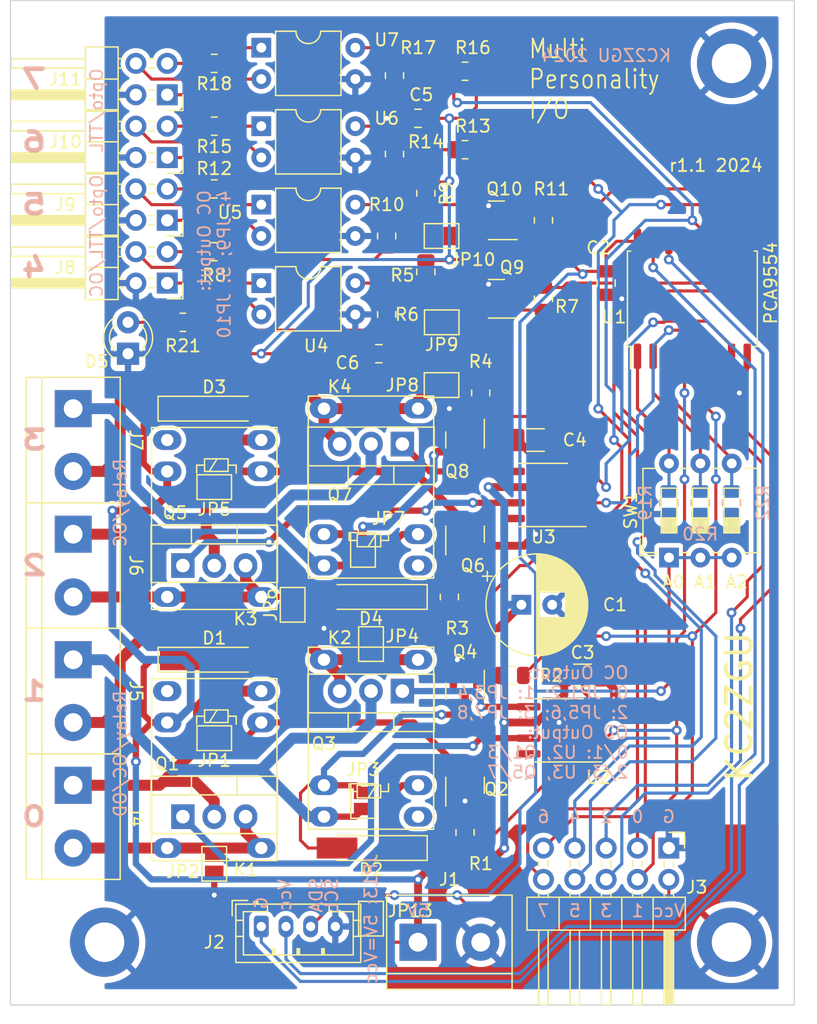
<source format=kicad_pcb>
(kicad_pcb (version 20240108) (generator "pcbnew") (generator_version "8.0")
  (layers (0 "F.Cu" signal) (31 "B.Cu" signal) (34 "B.Paste" user) (35 "F.Paste" user) (36 "B.SilkS" user "B.Silkscreen") (37 "F.SilkS" user "F.Silkscreen") (38 "B.Mask" user) (39 "F.Mask" user) (44 "Edge.Cuts" user))
  (net 0 "")
  (net 1 "+5V")
  (net 2 "GND")
  (net 3 "VCC")
  (net 4 "Net-(D1-A)")
  (net 5 "Net-(D2-A)")
  (net 6 "/SDA")
  (net 7 "/SCL")
  (net 8 "IO0")
  (net 9 "IO1")
  (net 10 "/OUT0NO")
  (net 11 "/OUT0COM")
  (net 12 "/OUT1NO")
  (net 13 "/OUT1COM")
  (net 16 "Net-(D3-A)")
  (net 17 "Net-(D4-A)")
  (net 18 "Net-(D5-A)")
  (net 19 "IO2")
  (net 20 "IO3")
  (net 21 "Net-(J8-Pin_3)")
  (net 22 "Net-(J8-Pin_1)")
  (net 25 "IO4")
  (net 26 "IO5")
  (net 27 "IO6")
  (net 28 "IO7")
  (net 29 "Net-(J8-Pin_4)")
  (net 30 "Net-(J9-Pin_4)")
  (net 31 "Net-(J9-Pin_3)")
  (net 32 "Net-(J9-Pin_1)")
  (net 33 "Net-(J10-Pin_4)")
  (net 34 "Net-(J10-Pin_1)")
  (net 35 "Net-(J10-Pin_3)")
  (net 36 "Net-(J11-Pin_4)")
  (net 37 "Net-(J11-Pin_1)")
  (net 38 "Net-(R8-Pad2)")
  (net 39 "Net-(R12-Pad2)")
  (net 40 "Net-(R15-Pad1)")
  (net 41 "Net-(R18-Pad1)")
  (net 42 "Net-(J11-Pin_3)")
  (net 43 "Net-(JP9-A)")
  (net 44 "Net-(JP10-A)")
  (net 45 "/OUT2NO")
  (net 46 "/OUT2COM")
  (net 47 "/OUT3NO")
  (net 48 "/OUT3COM")
  (net 49 "Net-(Q1-G)")
  (net 50 "Net-(Q2-B)")
  (net 51 "Net-(Q3-G)")
  (net 52 "Net-(Q4-B)")
  (net 53 "Net-(Q5-G)")
  (net 54 "Net-(Q6-B)")
  (net 55 "Net-(Q7-G)")
  (net 56 "Net-(Q8-B)")
  (net 57 "Net-(Q9-B)")
  (net 58 "Net-(Q10-B)")
  (net 59 "Net-(U1-A0)")
  (net 60 "Net-(U1-A1)")
  (net 61 "Net-(U1-A2)")
  (footprint "Resistor_SMD:R_0805_2012Metric" (layer "F.Cu") (at 92.71 71.12)
    (property "Reference" "R12")
    (property "Value" "330")
  )
  (footprint "MountingHole:MountingHole_3.2mm_M3_DIN965_Pad" (layer "F.Cu") (at 134.62 60.96)
    (property "Reference" "H1" (hide yes))
    (property "Value" "MountingHole_Pad")
  )
  (footprint "Diode_SMD:D_MiniMELF_Handsoldering" (layer "F.Cu") (at 92.71 88.9)
    (property "Reference" "D3")
    (property "Value" "1N4148")
  )
  (footprint "Connector_PinHeader_2.54mm:PinHeader_2x02_P2.54mm_Horizontal" (layer "F.Cu") (at 88.9 63.5 180)
    (property "Reference" "J11")
    (property "Value" "Conn_01x04_Male")
  )
  (footprint "Resistor_SMD:R_0805_2012Metric" (layer "F.Cu") (at 92.71 60.96 180)
    (property "Reference" "R18")
    (property "Value" "330")
  )
  (footprint "Connector_PinHeader_2.54mm:PinHeader_2x02_P2.54mm_Horizontal" (layer "F.Cu") (at 88.9 73.66 180)
    (property "Reference" "J9")
    (property "Value" "Conn_01x04_Male")
  )
  (footprint "TerminalBlock:TerminalBlock_bornier-2_P5.08mm" (layer "F.Cu") (at 81.28 109.22 -90)
    (property "Reference" "J5")
    (property "Value" "Conn_01x02_Male")
  )
  (footprint "Capacitor_THT:CP_Radial_D8.0mm_P2.50mm" (layer "F.Cu") (at 117.592349 104.775)
    (property "Reference" "C1")
    (property "Value" "C_Polarized_US")
  )
  (footprint "Relay_THT:Relay_SPDT_HJR-4102" (layer "F.Cu") (at 101.6 109.22)
    (property "Reference" "K2")
    (property "Value" "J102-1C")
  )
  (footprint "Resistor_SMD:R_0805_2012Metric" (layer "F.Cu") (at 92.71 66.04 180)
    (property "Reference" "R15")
    (property "Value" "330")
  )
  (footprint "LED_THT:LED_D3.0mm" (layer "F.Cu") (at 85.725 84.455 90)
    (property "Reference" "D5")
    (property "Value" "LED")
  )
  (footprint "Resistor_SMD:R_0805_2012Metric" (layer "F.Cu") (at 90.17 81.915)
    (property "Reference" "R21")
    (property "Value" "330")
  )
  (footprint "Jumper:SolderJumper-2_P1.3mm_Open_Pad1.0x1.5mm" (layer "F.Cu") (at 99.06 104.775 90)
    (property "Reference" "JP6")
    (property "Value" "SolderJumper_2_Open")
  )
  (footprint "Package_DIP:DIP-4_W7.62mm" (layer "F.Cu") (at 96.52 72.39)
    (property "Reference" "U5")
    (property "Value" "PC817")
  )
  (footprint "Package_TO_SOT_SMD:SOT-23" (layer "F.Cu") (at 113.03 91.44 -90)
    (property "Reference" "Q8")
    (property "Value" "MMBT3904")
  )
  (footprint "Package_SO:SOIC-8_3.9x4.9mm_P1.27mm" (layer "F.Cu") (at 119.38 95.885 180)
    (property "Reference" "U3")
    (property "Value" "MIC4427")
  )
  (footprint "Package_TO_SOT_THT:TO-220-3_Vertical" (layer "F.Cu") (at 90.17 101.6)
    (property "Reference" "Q5")
    (property "Value" "IRLZ44N")
  )
  (footprint "Resistor_SMD:R_0805_2012Metric" (layer "F.Cu") (at 109.855 77.8275 -90)
    (property "Reference" "R5")
    (property "Value" "10K")
  )
  (footprint "Diode_SMD:D_MiniMELF_Handsoldering" (layer "F.Cu") (at 92.71 109.22)
    (property "Reference" "D1")
    (property "Value" "1N4148")
  )
  (footprint "Package_TO_SOT_SMD:SOT-23" (layer "F.Cu") (at 115.57 80.01 180)
    (property "Reference" "Q9")
    (property "Value" "MMBT3904")
  )
  (footprint "Resistor_SMD:R_0805_2012Metric" (layer "F.Cu") (at 113.03 123.19 90)
    (property "Reference" "R1")
    (property "Value" "330")
  )
  (footprint "Package_DIP:DIP-4_W7.62mm" (layer "F.Cu") (at 96.52 59.69)
    (property "Reference" "U7")
    (property "Value" "PC817")
  )
  (footprint "MountingHole:MountingHole_3.2mm_M3_DIN965_Pad" (layer "F.Cu") (at 134.62 132.08)
    (property "Reference" "H2" (hide yes))
    (property "Value" "MountingHole_Pad")
  )
  (footprint "Package_TO_SOT_SMD:SOT-23" (layer "F.Cu") (at 113.03 111.76 -90)
    (property "Reference" "Q4")
    (property "Value" "MMBT3904")
  )
  (footprint "Capacitor_SMD:C_1206_3216Metric" (layer "F.Cu") (at 118.745 91.44)
    (property "Reference" "C4")
    (property "Value" "C")
  )
  (footprint "Button_Switch_THT:SW_DIP_SPSTx03_Slide_6.7x9.18mm_W7.62mm_P2.54mm_LowProfile" (layer "F.Cu") (at 129.555 100.955 90)
    (property "Reference" "SW1")
    (property "Value" "SW_DIP_x03")
  )
  (footprint "Resistor_SMD:R_0805_2012Metric" (layer "F.Cu") (at 119.38 73.66 -90)
    (property "Reference" "R11")
    (property "Value" "330")
  )
  (footprint "Package_TO_SOT_THT:TO-220-3_Vertical" (layer "F.Cu") (at 90.17 121.92)
    (property "Reference" "Q1")
    (property "Value" "IRLZ44N")
  )
  (footprint "Diode_SMD:D_MiniMELF_Handsoldering" (layer "F.Cu") (at 105.41 124.46 180)
    (property "Reference" "D2")
    (property "Value" "1N4148")
  )
  (footprint "Diode_SMD:D_MiniMELF_Handsoldering" (layer "F.Cu") (at 105.41 104.14 180)
    (property "Reference" "D4")
    (property "Value" "1N4148")
  )
  (footprint "MountingHole:MountingHole_3.2mm_M3_DIN965_Pad" (layer "F.Cu") (at 83.82 132.08)
    (property "Reference" "H3" (hide yes))
    (property "Value" "MountingHole_Pad")
  )
  (footprint "Jumper:SolderJumper-2_P1.3mm_Open_Pad1.0x1.5mm" (layer "F.Cu") (at 111.14 81.915 180)
    (property "Reference" "JP9")
    (property "Value" "SolderJumper_2_Open")
  )
  (footprint "Resistor_SMD:R_0805_2012Metric" (layer "F.Cu") (at 113.03 61.595 180)
    (property "Reference" "R16")
    (property "Value" "10K")
  )
  (footprint "Relay_THT:Relay_SPDT_HJR-4102" (layer "F.Cu") (at 96.52 104.14 180)
    (property "Reference" "K3")
    (property "Value" "J102-1C")
  )
  (footprint "Relay_THT:Relay_SPDT_HJR-4102" (layer "F.Cu") (at 101.6 88.9)
    (property "Reference" "K4")
    (property "Value" "J102-1C")
  )
  (footprint "Connector_JST:JST_PH_B4B-PH-K_1x04_P2.00mm_Vertical" (layer "F.Cu") (at 96.52 130.81)
    (property "Reference" "J2")
    (property "Value" "JST PHR4 (STEMMA)")
  )
  (footprint "Resistor_SMD:R_0805_2012Metric" (layer "F.Cu") (at 109.855 71.4775 -90)
    (property "Reference" "R9")
    (property "Value" "10K")
  )
  (footprint "Connector_PinHeader_2.54mm:PinHeader_2x02_P2.54mm_Horizontal" (layer "F.Cu") (at 88.9 68.58 180)
    (property "Reference" "J10")
    (property "Value" "Conn_01x04_Male")
  )
  (footprint "Jumper:SolderJumper-2_P1.3mm_Open_Pad1.0x1.5mm" (layer "F.Cu") (at 105.41 130.175 90)
    (property "Reference" "JP13")
    (property "Value" "SolderJumper_2_Open")
  )
  (footprint "Resistor_SMD:R_0805_2012Metric" (layer "F.Cu") (at 119.38 80.01 -90)
    (property "Reference" "R7")
    (property "Value" "330")
  )
  (footprint "Connector_PinHeader_2.54mm:PinHeader_2x02_P2.54mm_Horizontal" (layer "F.Cu") (at 88.9 78.74 180)
    (property "Reference" "J8")
    (property "Value" "Conn_01x04_Male")
  )
  (footprint "Package_TO_SOT_THT:TO-220-3_Vertical" (layer "F.Cu") (at 107.95 111.76 180)
    (property "Reference" "Q3")
    (property "Value" "IRLZ44N")
  )
  (footprint "Resistor_SMD:R_0805_2012Metric" (layer "F.Cu") (at 111.76 104.14 90)
    (property "Reference" "R3")
    (property "Value" "330")
  )
  (footprint "Package_DIP:DIP-4_W7.62mm" (layer "F.Cu") (at 96.52 66.04)
    (property "Reference" "U6")
    (property "Value" "PC817")
  )
  (footprint "Resistor_SMD:R_0805_2012Metric" (layer "F.Cu") (at 114.3 87.63 -90)
    (property "Reference" "R4")
    (property "Value" "330")
  )
  (footprint "Resistor_SMD:R_0805_2012Metric" (layer "F.Cu") (at 107.315 68.3025 -90)
    (property "Reference" "R14")
    (property "Value" "150")
  )
  (footprint "Capacitor_SMD:C_0805_2012Metric" (layer "F.Cu") (at 106.045 84.455)
    (property "Reference" "C6")
    (property "Value" "C")
  )
  (footprint "Resistor_SMD:R_0805_2012Metric" (layer "F.Cu") (at 116.84 110.49 180)
    (property "Reference" "R2")
    (property "Value" "330")
  )
  (footprint "Relay_THT:Relay_SPDT_HJR-4102" (layer "F.Cu") (at 96.52 124.46 180)
    (property "Reference" "K1")
    (property "Value" "J102-1C")
  )
  (footprint "TerminalBlock:TerminalBlock_bornier-2_P5.08mm" (layer "F.Cu") (at 81.28 99.06 -90)
    (property "Reference" "J6")
    (property "Value" "Conn_01x02_Male")
  )
  (footprint "Resistor_SMD:R_0805_2012Metric" (layer "F.Cu") (at 107.315 61.9525 -90)
    (property "Reference" "R17")
    (property "Value" "150")
  )
  (footprint "Resistor_SMD:R_0805_2012Metric" (layer "F.Cu") (at 106.68 74.93 -90)
    (property "Reference" "R10")
    (property "Value" "150")
  )
  (footprint "Jumper:SolderJumper-2_P1.3mm_Open_Pad1.0x1.5mm" (layer "F.Cu") (at 104.775 120.65 -90)
    (property "Reference" "JP3")
    (property "Value" "SolderJumper_2_Open")
  )
  (footprint "Connector_PinHeader_2.54mm:PinHeader_2x05_P2.54mm_Horizontal" (layer "F.Cu") (at 129.54 124.46 -90)
    (property "Reference" "J3")
    (property "Value" "Conn_02x05_Odd_Even")
  )
  (footprint "Package_SO:SOIC-8_3.9x4.9mm_P1.27mm" (layer "F.Cu") (at 120.65 114.935 180)
    (property "Reference" "U2")
    (property "Value" "MIC4427")
  )
  (footprint "Package_SO:SOIC-16W_7.5x10.3mm_P1.27mm" (layer "F.Cu") (at 131.445 80.01 90)
    (property "Reference" "U1")
    (property "Value" "TCA9554DW")
  )
  (footprint "Jumper:SolderJumper-2_P1.3mm_Open_Pad1.0x1.5mm" (layer "F.Cu") (at 111.125 74.93 180)
    (property "Reference" "JP10")
    (property "Value" "SolderJumper_2_Open")
  )
  (footprint "Resistor_SMD:R_0805_2012Metric" (layer "F.Cu") (at 92.71 76.2)
    (property "Reference" "R8")
    (property "Value" "330")
  )
  (footprint "Package_DIP:DIP-4_W7.62mm" (layer "F.Cu") (at 96.52 78.74)
    (property "Reference" "U4")
    (property "Value" "PC817")
  )
  (footprint "Package_TO_SOT_SMD:SOT-23" (layer "F.Cu") (at 115.57 73.66 180)
    (property "Reference" "Q10")
    (property "Value" "MMBT3904")
  )
  (footprint "TerminalBlock:TerminalBlock_bornier-2_P5.08mm" (layer "F.Cu") (at 81.28 119.38 -90)
    (property "Reference" "J4")
    (property "Value" "Conn_01x02_Male")
  )
  (footprint "Capacitor_SMD:C_1206_3216Metric" (layer "F.Cu") (at 122.555 110.49)
    (property "Reference" "C3")
    (property "Value" "C")
  )
  (footprint "Resistor_SMD:R_0805_2012Metric" (layer "F.Cu") (at 106.68 81.28 -90)
    (property "Reference" "R6")
    (property "Value" "150")
  )
  (footprint "Package_TO_SOT_SMD:SOT-23" (layer "F.Cu") (at 113.03 119.38 90)
    (property "Reference" "Q2")
    (property "Value" "MMBT3904")
  )
  (footprint "TerminalBlock:TerminalBlock_bornier-2_P5.08mm" (layer "F.Cu") (at 81.28 88.9 -90)
    (property "Reference" "J7")
    (property "Value" "Conn_01x02_Male")
  )
  (footprint "Jumper:SolderJumper-2_P1.3mm_Open_Pad1.0x1.5mm" (layer "F.Cu") (at 92.71 115.57 180)
    (property "Reference" "JP1")
    (property "Value" "SolderJumper_2_Open")
  )
  (footprint "Jumper:SolderJumper-2_P1.3mm_Open_Pad1.0x1.5mm" (layer "F.Cu") (at 105.41 107.95 -90)
    (property "Reference" "JP4")
    (property "Value" "SolderJumper_2_Open")
  )
  (footprint "Jumper:SolderJumper-2_P1.3mm_Open_Pad1.0x1.5mm" (layer "F.Cu") (at 92.71 125.73 90)
    (property "Reference" "JP2")
    (property "Value" "SolderJumper_2_Open")
  )
  (footprint "TerminalBlock:TerminalBlock_bornier-2_P5.08mm" (layer "F.Cu") (at 109.22 132.08)
    (property "Reference" "J1")
    (property "Value" "Conn_01x02_Male")
  )
  (footprint "Package_TO_SOT_SMD:SOT-23" (layer "F.Cu") (at 113.03 99.06 90)
    (property "Reference" "Q6")
    (property "Value" "MMBT3904")
  )
  (footprint "Capacitor_SMD:C_0805_2012Metric" (layer "F.Cu") (at 109.22 65.405 180)
    (property "Reference" "C5")
    (property "Value" "C")
  )
  (footprint "Capacitor_SMD:C_0805_2012Metric" (layer "F.Cu") (at 124.46 78.74 -90)
    (property "Reference" "C2")
    (property "Value" "C")
  )
  (footprint "Jumper:SolderJumper-2_P1.3mm_Open_Pad1.0x1.5mm" (layer "F.Cu") (at 104.76 100.33 -90)
    (property "Reference" "JP7")
    (property "Value" "SolderJumper_2_Open")
  )
  (footprint "Resistor_SMD:R_0805_2012Metric" (layer "F.Cu") (at 113.03 67.945 180)
    (property "Reference" "R13")
    (property "Value" "10K")
  )
  (footprint "Jumper:SolderJumper-2_P1.3mm_Open_Pad1.0x1.5mm" (layer "F.Cu") (at 92.71 95.25 180)
    (property "Reference" "JP5")
    (property "Value" "SolderJumper_2_Open")
  )
  (footprint "Package_TO_SOT_THT:TO-220-3_Vertical" (layer "F.Cu") (at 107.95 91.765 180)
    (property "Reference" "Q7")
    (property "Value" "IRLZ44N")
  )
  (footprint "Jumper:SolderJumper-2_P1.3mm_Open_Pad1.0x1.5mm" (layer "F.Cu") (at 111.125 86.995 180)
    (property "Reference" "JP8")
    (property "Value" "SolderJumper_2_Open")
  )
  (footprint "Resistor_SMD:R_0805_2012Metric" (layer "B.Cu") (at 132.08 96.52 90)
    (property "Reference" "R20")
    (property "Value" "10K")
  )
  (footprint "Resistor_SMD:R_0805_2012Metric" (layer "B.Cu") (at 129.54 96.52 90)
    (property "Reference" "R19")
    (property "Value" "10K")
  )
  (footprint "Resistor_SMD:R_0805_2012Metric" (layer "B.Cu") (at 134.62 96.52 90)
    (property "Reference" "R22")
    (property "Value" "10K")
  )
  (gr_rect (start 76.2 55.88) (end 139.7 137.16) (stroke (width 0.1)) (fill none) (layer "Edge.Cuts"))
  (gr_text "2" (at 78.105 101.6 0) (layer "B.SilkS") (effects (font (size 1.524 2.032) (thickness 0.381)) (justify mirror)))
  (gr_text "3" (at 78.105 91.44 0) (layer "B.SilkS") (effects (font (size 1.524 2.032) (thickness 0.381)) (justify mirror)))
  (gr_text "Opto/TTL" (at 83.185 64.77 90) (layer "B.SilkS") (effects (font (size 1 1)) (justify mirror)))
  (gr_text "3" (at 124.46 129.54 0) (layer "B.SilkS") (effects (font (size 1 1)) (justify mirror)))
  (gr_text "4" (at 121.92 121.92 0) (layer "B.SilkS") (effects (font (size 1 1)) (justify mirror)))
  (gr_text "OC Output:\n4: JP9; 5: JP10" (at 92.71 71.12 90) (layer "B.SilkS") (effects (font (size 1 1)) (justify left mirror)))
  (gr_text "G" (at 129.54 121.92 0) (layer "B.SilkS") (effects (font (size 1 1)) (justify mirror)))
  (gr_text "Vcc" (at 98.425 128.27 90) (layer "B.SilkS") (effects (font (size 1 1)) (justify mirror)))
  (gr_text "KC2ZGU 2024" (at 124.46 60.325 0) (layer "B.SilkS") (effects (font (size 1 1)) (justify mirror)))
  (gr_text "6" (at 78.105 67.31 0) (layer "B.SilkS") (effects (font (size 1.524 2.032) (thickness 0.381)) (justify mirror)))
  (gr_text "0" (at 127 121.92 0) (layer "B.SilkS") (effects (font (size 1 1)) (justify mirror)))
  (gr_text "6" (at 119.38 121.92 0) (layer "B.SilkS") (effects (font (size 1 1)) (justify mirror)))
  (gr_text "7" (at 119.38 129.54 0) (layer "B.SilkS") (effects (font (size 1 1)) (justify mirror)))
  (gr_text "7" (at 78.105 62.23 0) (layer "B.SilkS") (effects (font (size 1.524 2.032) (thickness 0.381)) (justify mirror)))
  (gr_text "SCL" (at 102.235 128.27 90) (layer "B.SilkS") (effects (font (size 1 1)) (justify mirror)))
  (gr_text "JP13: 5V=Vcc" (at 105.41 130.175 90) (layer "B.SilkS") (effects (font (size 1 1)) (justify mirror)))
  (gr_text "5" (at 78.105 72.39 0) (layer "B.SilkS") (effects (font (size 1.524 2.032) (thickness 0.381)) (justify mirror)))
  (gr_text "G" (at 96.52 128.905 90) (layer "B.SilkS") (effects (font (size 1 1)) (justify mirror)))
  (gr_text "SDA" (at 100.965 128.27 90) (layer "B.SilkS") (effects (font (size 1 1)) (justify mirror)))
  (gr_text "1" (at 127 129.54 0) (layer "B.SilkS") (effects (font (size 1 1)) (justify mirror)))
  (gr_text "0" (at 78.105 121.92 0) (layer "B.SilkS") (effects (font (size 1.524 2.032) (thickness 0.381)) (justify mirror)))
  (gr_text "2" (at 124.46 121.92 0) (layer "B.SilkS") (effects (font (size 1 1)) (justify mirror)))
  (gr_text "4" (at 78.105 77.47 0) (layer "B.SilkS") (effects (font (size 1.524 2.032) (thickness 0.381)) (justify mirror)))
  (gr_text "Vcc" (at 129.54 129.54 0) (layer "B.SilkS") (effects (font (size 1 1)) (justify mirror)))
  (gr_text "5" (at 121.92 129.54 0) (layer "B.SilkS") (effects (font (size 1 1)) (justify mirror)))
  (gr_text "OC Output:\n0: JP1,2; 1: JP3,4\n2: JP5,6; 3: JP7,8\nOD Output:\n0/1: U2, Q1/3\n2/3: U3, Q5/7\n" (at 126.365 114.3 0) (layer "B.SilkS") (effects (font (size 1 1)) (justify left mirror)))
  (gr_text "Opto/TTL/OC" (at 83.185 74.93 90) (layer "B.SilkS") (effects (font (size 1 1)) (justify mirror)))
  (gr_text "5V" (at 109.22 129.54 0) (layer "B.SilkS") (effects (font (size 1 1)) (justify mirror)))
  (gr_text "1" (at 78.105 111.76 0) (layer "B.SilkS") (effects (font (size 1.524 2.032) (thickness 0.381)) (justify mirror)))
  (gr_text "Relay/OC" (at 85.09 96.52 90) (layer "B.SilkS") (effects (font (size 1 1)) (justify mirror)))
  (gr_text "Relay/OC/OD" (at 85.09 116.84 90) (layer "B.SilkS") (effects (font (size 1 1)) (justify mirror)))
  (gr_text "KC2ZGU" (at 135.255 113.03 90) (layer "F.SilkS") (effects (font (size 2.032 2.032) (thickness 0.3048))))
  (gr_text "r1.1 2024" (at 133.35 69.215 0) (layer "F.SilkS") (effects (font (size 1 1))))
  (gr_text "PCA9554" (at 137.795 78.74 90) (layer "F.SilkS") (effects (font (size 1 1))))
  (gr_text "A0 A1 A2" (at 128.905 103.505 0) (layer "F.SilkS") (effects (font (size 1 1)) (justify left bottom)))
  (gr_text "Multi\nPersonality\nI/O" (at 118.11 62.23 0) (layer "F.SilkS") (effects (font (size 1.524 1.27)) (justify left)))
  (segment (start 84.455 97.155) (end 87.63 97.155) (width 0.635) (layer "F.Cu") (net 1))
  (segment (start 105.41 130.825) (end 105.41 131.445) (width 0.25) (layer "F.Cu") (net 1))
  (segment (start 86.995 109.855) (end 86.995 113.665) (width 0.508) (layer "F.Cu") (net 1))
  (segment (start 86.995 113.665) (end 87.63 114.3) (width 0.508) (layer "F.Cu") (net 1))
  (segment (start 118.3975 94.9625) (end 118.3975 92.5675) (width 0.635) (layer "F.Cu") (net 1))
  (segment (start 118.823988 114.3) (end 121.08 112.043988) (width 0.635) (layer "F.Cu") (net 1))
  (segment (start 86.995 93.345) (end 86.995 90.17) (width 0.508) (layer "F.Cu") (net 1))
  (segment (start 107.315 102.87) (end 108.16 103.715) (width 0.508) (layer "F.Cu") (net 1))
  (segment (start 108.16 103.715) (end 108.16 104.14) (width 0.508) (layer "F.Cu") (net 1))
  (segment (start 107.315 99.695) (end 107.95 99.06) (width 0.508) (layer "F.Cu") (net 1))
  (segment (start 109.22 119.38) (end 107.95 119.38) (width 0.508) (layer "F.Cu") (net 1))
  (segment (start 114.935 125.73) (end 116.205 124.46) (width 0.635) (layer "F.Cu") (net 1))
  (segment (start 109.22 124.46) (end 110.49 125.73) (width 0.508) (layer "F.Cu") (net 1))
  (segment (start 88.9 88.9) (end 88.265 88.9) (width 0.635) (layer "F.Cu") (net 1))
  (segment (start 118.175 114.3) (end 116.205 114.3) (width 0.635) (layer "F.Cu") (net 1))
  (segment (start 86.36 115.57) (end 87.63 114.3) (width 0.508) (layer "F.Cu") (net 1))
  (segment (start 110.49 125.73) (end 114.935 125.73) (width 0.635) (layer "F.Cu") (net 1))
  (segment (start 118.3975 92.5675) (end 117.27 91.44) (width 0.635) (layer "F.Cu") (net 1))
  (segment (start 116.905 95.25) (end 118.11 95.25) (width 0.635) (layer "F.Cu") (net 1))
  (segment (start 107.315 123.825) (end 107.95 124.46) (width 0.508) (layer "F.Cu") (net 1))
  (segment (start 121.08 112.043988) (end 121.08 110.49) (width 0.635) (layer "F.Cu") (net 1))
  (segment (start 106.045 132.08) (end 109.22 132.08) (width 0.254) (layer "F.Cu") (net 1))
  (segment (start 88.9 109.22) (end 87.63 109.22) (width 0.508) (layer "F.Cu") (net 1))
  (segment (start 118.11 95.25) (end 118.3975 94.9625) (width 0.635) (layer "F.Cu") (net 1))
  (segment (start 118.175 114.3) (end 118.823988 114.3) (width 0.635) (layer "F.Cu") (net 1))
  (segment (start 86.36 117.475) (end 86.36 115.57) (width 0.508) (layer "F.Cu") (net 1))
  (segment (start 87.63 109.22) (end 86.995 109.855) (width 0.508) (layer "F.Cu") (net 1))
  (segment (start 105.41 131.445) (end 106.045 132.08) (width 0.25) (layer "F.Cu") (net 1))
  (segment (start 87.63 97.155) (end 88.9 95.885) (width 0.635) (layer "F.Cu") (net 1))
  (segment (start 107.315 120.015) (end 107.315 123.825) (width 0.508) (layer "F.Cu") (net 1))
  (segment (start 115.687349 106.68) (end 110.7 106.68) (width 0.635) (layer "F.Cu") (net 1))
  (segment (start 88.9 95.885) (end 88.9 93.98) (width 0.635) (layer "F.Cu") (net 1))
  (segment (start 109.22 132.08) (end 109.22 127) (width 0.635) (layer "F.Cu") (net 1))
  (segment (start 107.95 119.38) (end 107.315 120.015) (width 0.508) (layer "F.Cu") (net 1))
  (segment (start 107.95 124.46) (end 109.22 124.46) (width 0.508) (layer "F.Cu") (net 1))
  (segment (start 117.592349 104.775) (end 115.687349 106.68) (width 0.635) (layer "F.Cu") (net 1))
  (segment (start 110.7 106.68) (end 108.16 104.14) (width 0.635) (layer "F.Cu") (net 1))
  (segment (start 87.63 114.3) (end 88.9 114.3) (width 0.508) (layer "F.Cu") (net 1))
  (segment (start 107.95 99.06) (end 109.22 99.06) (width 0.508) (layer "F.Cu") (net 1))
  (segment (start 86.995 90.17) (end 88.265 88.9) (width 0.508) (layer "F.Cu") (net 1))
  (segment (start 87.63 93.98) (end 86.995 93.345) (width 0.508) (layer "F.Cu") (net 1))
  (segment (start 109.22 127) (end 110.49 125.73) (width 0.635) (layer "F.Cu") (net 1))
  (segment (start 116.905 95.25) (end 114.935 95.25) (width 0.635) (layer "F.Cu") (net 1))
  (segment (start 88.9 93.98) (end 87.63 93.98) (width 0.508) (layer "F.Cu") (net 1))
  (segment (start 107.315 102.87) (end 107.315 99.695) (width 0.508) (layer "F.Cu") (net 1))
  (via (at 116.205 114.3) (size 0.8) (drill 0.4) (layers "F.Cu" "B.Cu") (net 1))
  (via (at 116.205 124.46) (size 0.8) (drill 0.4) (layers "F.Cu" "B.Cu") (net 1))
  (via (at 86.36 117.475) (size 0.8) (drill 0.4) (layers "F.Cu" "B.Cu") (net 1))
  (via (at 84.455 97.155) (size 0.8) (drill 0.4) (layers "F.Cu" "B.Cu") (net 1))
  (via (at 114.935 95.25) (size 0.8) (drill 0.4) (layers "F.Cu" "B.Cu") (net 1))
  (via (at 109.22 127) (size 0.8) (drill 0.4) (layers "F.Cu" "B.Cu") (net 1))
  (segment (start 116.205 96.52) (end 116.205 104.14) (width 0.635) (layer "B.Cu") (net 1))
  (segment (start 116.205 104.775) (end 116.205 114.3) (width 0.635) (layer "B.Cu") (net 1))
  (segment (start 116.205 104.775) (end 117.592349 104.775) (width 0.635) (layer "B.Cu") (net 1))
  (segment (start 116.205 104.14) (end 116.205 104.775) (width 0.635) (layer "B.Cu") (net 1))
  (segment (start 84.455 97.155) (end 84.455 106.68) (width 0.635) (layer "B.Cu") (net 1))
  (segment (start 90.805 109.855) (end 90.805 113.03) (width 0.635) (layer "B.Cu") (net 1))
  (segment (start 90.805 113.03) (end 89.535 114.3) (width 0.635) (layer "B.Cu") (net 1))
  (segment (start 86.995 109.22) (end 90.17 109.22) (width 0.635) (layer "B.Cu") (net 1))
  (segment (start 87.63 127) (end 109.22 127) (width 0.508) (layer "B.Cu") (net 1))
  (segment (start 114.935 95.25) (end 116.205 96.52) (width 0.635) (layer "B.Cu") (net 1))
  (segment (start 116.205 114.3) (end 116.205 117.475) (width 0.635) (layer "B.Cu") (net 1))
  (segment (start 90.17 109.22) (end 90.805 109.855) (width 0.635) (layer "B.Cu") (net 1))
  (segment (start 86.36 117.475) (end 86.36 125.73) (width 0.508) (layer "B.Cu") (net 1))
  (segment (start 116.205 124.46) (end 116.205 117.475) (width 0.635) (layer "B.Cu") (net 1))
  (segment (start 84.455 106.68) (end 86.995 109.22) (width 0.635) (layer "B.Cu") (net 1))
  (segment (start 86.36 125.73) (end 87.63 127) (width 0.508) (layer "B.Cu") (net 1))
  (segment (start 89.535 114.3) (end 88.9 114.3) (width 0.635) (layer "B.Cu") (net 1))
  (segment (start 125.095 111.555) (end 124.03 110.49) (width 0.635) (layer "F.Cu") (net 2))
  (segment (start 113.3625 120.3175) (end 113.03 120.65) (width 0.508) (layer "F.Cu") (net 2))
  (segment (start 115.1635 79.06) (end 114.935 78.8315) (width 0.254) (layer "F.Cu") (net 2))
  (segment (start 135.89 86.995) (end 135.255 87.63) (width 0.254) (layer "F.Cu") (net 2))
  (segment (start 111.775 85.74) (end 111.775 86.995) (width 0.254) (layer "F.Cu") (net 2))
  (segment (start 117.8075 99.9975) (end 118.745 99.06) (width 0.635) (layer "F.Cu") (net 2))
  (segment (start 119.38 95.25) (end 120.015 95.25) (width 0.635) (layer "F.Cu") (net 2))
  (segment (start 106.995 84.455) (end 110.49 84.455) (width 0.254) (layer "F.Cu") (net 2))
  (segment (start 113.98 99.9975) (end 117.8075 99.9975) (width 0.635) (layer "F.Cu") (net 2))
  (segment (start 123.125 114.3) (end 120.65 114.3) (width 0.635) (layer "F.Cu") (net 2))
  (segment (start 118.745 99.06) (end 118.745 95.885) (width 0.635) (layer "F.Cu") (net 2))
  (segment (start 112.08 90.5025) (end 112.08 89.22) (width 0.508) (layer "F.Cu") (net 2))
  (segment (start 111.775 86.995) (end 111.775 88.25) (width 0.508) (layer "F.Cu") (net 2))
  (segment (start 124.46 79.69) (end 125.41 79.69) (width 0.254) (layer "F.Cu") (net 2))
  (segment (start 125.41 79.69) (end 125.73 80.01) (width 0.254) (layer "F.Cu") (net 2))
  (segment (start 120.015 91.645) (end 120.22 91.44) (width 0.635) (layer "F.Cu") (net 2))
  (segment (start 111.775 88.885) (end 111.76 88.9) (width 0.508) (layer "F.Cu") (net 2))
  (segment (start 103.49 107.3) (end 105.41 107.3) (width 0.508) (layer "F.Cu") (net 2))
  (segment (start 123.125 114.3) (end 123.773988 114.3) (width 0.635) (layer "F.Cu") (net 2))
  (segment (start 108.27 65.405) (end 106.68 65.405) (width 0.254) (layer "F.Cu") (net 2))
  (segment (start 135.89 84.66) (end 135.89 86.995) (width 0.254) (layer "F.Cu") (net 2))
  (segment (start 115.1635 72.71) (end 114.935 72.4815) (width 0.254) (layer "F.Cu") (net 2))
  (segment (start 112.08 89.22) (end 111.76 88.9) (width 0.508) (layer "F.Cu") (net 2))
  (segment (start 99.06 105.425) (end 100.345 105.425) (width 0.508) (layer "F.Cu") (net 2))
  (segment (start 111.775 88.25) (end 111.775 88.885) (width 0.508) (layer "F.Cu") (net 2))
  (segment (start 102.87 106.68) (end 103.49 107.3) (width 0.508) (layer "F.Cu") (net 2))
  (segment (start 112.08 109.535) (end 112.395 109.22) (width 0.508) (layer "F.Cu") (net 2))
  (segment (start 123.773988 114.3) (end 125.095 112.978988) (width 0.635) (layer "F.Cu") (net 2))
  (segment (start 120.015 95.25) (end 120.015 91.645) (width 0.635) (layer "F.Cu") (net 2))
  (segment (start 92.71 126.38) (end 92.71 128.27) (width 0.508) (layer "F.Cu") (net 2))
  (segment (start 116.5075 72.71) (end 115.1635 72.71) (width 0.254) (layer "F.Cu") (net 2))
  (segment (start 112.08 110.8225) (end 112.08 109.535) (width 0.508) (layer "F.Cu") (net 2))
  (segment (start 118.745 95.885) (end 119.38 95.25) (width 0.635) (layer "F.Cu") (net 2))
  (segment (start 113.98 120.3175) (end 113.3625 120.3175) (width 0.508) (layer "F.Cu") (net 2))
  (segment (start 120.015 95.25) (end 121.855 95.25) (width 0.635) (layer "F.Cu") (net 2))
  (segment (start 125.095 112.978988) (end 125.095 111.555) (width 0.635) (layer "F.Cu") (net 2))
  (segment (start 110.49 84.455) (end 111.775 85.74) (width 0.254) (layer "F.Cu") (net 2))
  (segment (start 100.345 105.425) (end 101.6 106.68) (width 0.508) (layer "F.Cu") (net 2))
  (segment (start 116.5075 79.06) (end 115.1635 79.06) (width 0.254) (layer "F.Cu") (net 2))
  (segment (start 101.6 106.68) (end 102.87 106.68) (width 0.508) (layer "F.Cu") (net 2))
  (via (at 113.03 120.65) (size 0.8) (drill 0.4) (layers "F.Cu" "B.Cu") (net 2))
  (via (at 111.76 88.9) (size 0.8) (drill 0.4) (layers "F.Cu" "B.Cu") (net 2))
  (via (at 114.935 72.4815) (size 0.8) (drill 0.4) (layers "F.Cu" "B.Cu") (net 2))
  (via (at 106.68 65.405) (size 0.8) (drill 0.4) (layers "F.Cu" "B.Cu") (net 2))
  (via (at 114.935 78.8315) (size 0.8) (drill 0.4) (layers "F.Cu" "B.Cu") (net 2))
  (via (at 135.255 87.63) (size 0.8) (drill 0.4) (layers "F.Cu" "B.Cu") (net 2))
  (via (at 120.65 114.3) (size 0.8) (drill 0.4) (layers "F.Cu" "B.Cu") (net 2))
  (via (at 112.395 109.22) (size 0.8) (drill 0.4) (layers "F.Cu" "B.Cu") (net 2))
  (via (at 101.6 106.68) (size 0.8) (drill 0.4) (layers "F.Cu" "B.Cu") (net 2))
  (via (at 92.71 128.27) (size 0.8) (drill 0.4) (layers "F.Cu" "B.Cu") (net 2))
  (via (at 125.73 80.01) (size 0.8) (drill 0.4) (layers "F.Cu" "B.Cu") (net 2))
  (via (at 118.745 99.06) (size 0.8) (drill 0.4) (layers "F.Cu" "B.Cu") (net 2))
  (segment (start 96.52 84.455) (end 105.095 84.455) (width 0.254) (layer "F.Cu") (net 3))
  (segment (start 111.76 76.835) (end 121.3765 76.835) (width 0.254) (layer "F.Cu") (net 3))
  (segment (start 105.41 129.525) (end 105.41 128.27) (width 0.25) (layer "F.Cu") (net 3))
  (segment (start 107.315 128.27) (end 105.41 128.27) (width 0.254) (layer "F.Cu") (net 3))
  (segment (start 129.555 111.11) (end 128.905 111.76) (width 0.25) (layer "F.Cu") (net 3))
  (segment (start 128.905 128.905) (end 129.54 128.27) (width 0.254) (layer "F.Cu") (net 3))
  (segment (start 111.68 70.565) (end 111.76 70.485) (width 0.254) (layer "F.Cu") (net 3))
  (segment (start 122.7785 77.79) (end 122.555 78.0135) (width 0.254) (layer "F.Cu") (net 3))
  (segment (start 121.3765 76.835) (end 122.555 78.0135) (width 0.254) (layer "F.Cu") (net 3))
  (segment (start 105.41 128.27) (end 103.06 128.27) (width 0.254) (layer "F.Cu") (net 3))
  (segment (start 93.6225 84.455) (end 96.52 84.455) (width 0.254) (layer "F.Cu") (net 3))
  (segment (start 125.3 75.36) (end 124.46 76.2) (width 0.254) (layer "F.Cu") (net 3))
  (segment (start 111.76 65.405) (end 113.03 65.405) (width 0.254) (layer "F.Cu") (net 3))
  (segment (start 113.03 128.905) (end 112.395 128.27) (width 0.254) (layer "F.Cu") (net 3))
  (segment (start 109.855 76.915) (end 111.68 76.915) (width 0.254) (layer "F.Cu") (net 3))
  (segment (start 113.9425 66.3175) (end 113.9425 67.945) (width 0.254) (layer "F.Cu") (net 3))
  (segment (start 113.9425 64.4925) (end 113.03 65.405) (width 0.254) (layer "F.Cu") (net 3))
  (segment (start 113.9425 61.595) (end 113.9425 64.4925) (width 0.254) (layer "F.Cu") (net 3))
  (segment (start 124.46 77.79) (end 122.7785 77.79) (width 0.254) (layer "F.Cu") (net 3))
  (segment (start 113.03 65.405) (end 113.9425 66.3175) (width 0.254) (layer "F.Cu") (net 3))
  (segment (start 127 75.36) (end 125.3 75.36) (width 0.254) (layer "F.Cu") (net 3))
  (segment (start 113.03 128.905) (end 128.905 128.905) (width 0.254) (layer "F.Cu") (net 3))
  (segment (start 124.46 76.2) (end 124.46 77.79) (width 0.254) (layer "F.Cu") (net 3))
  (segment (start 103.06 128.27) (end 100.52 130.81) (width 0.254) (layer "F.Cu") (net 3))
  (segment (start 110.17 65.405) (end 111.76 65.405) (width 0.254) (layer "F.Cu") (net 3))
  (segment (start 111.68 76.915) (end 111.76 76.835) (width 0.254) (layer "F.Cu") (net 3))
  (segment (start 129.54 128.27) (end 129.54 127) (width 0.254) (layer "F.Cu") (net 3))
  (segment (start 91.0825 81.915) (end 93.6225 84.455) (width 0.254) (layer "F.Cu") (net 3))
  (segment (start 109.855 70.565) (end 111.68 70.565) (width 0.254) (layer "F.Cu") (net 3))
  (segment (start 129.555 100.955) (end 129.555 111.11) (width 0.25) (layer "F.Cu") (net 3))
  (via (at 112.395 128.27) (size 0.8) (drill 0.4) (layers "F.Cu" "B.Cu") (net 3))
  (via (at 111.76 65.405) (size 0.8) (drill 0.4) (layers "F.Cu" "B.Cu") (net 3))
  (via (at 128.905 111.76) (size 0.8) (drill 0.4) (layers "F.Cu" "B.Cu") (net 3))
  (via (at 107.315 128.27) (size 0.8) (drill 0.4) (layers "F.Cu" "B.Cu") (net 3))
  (via (at 96.52 84.455) (size 0.8) (drill 0.4) (layers "F.Cu" "B.Cu") (net 3))
  (via (at 111.76 70.485) (size 0.8) (drill 0.4) (layers "F.Cu" "B.Cu") (net 3))
  (via (at 122.555 78.0135) (size 0.8) (drill 0.4) (layers "F.Cu" "B.Cu") (net 3))
  (via (at 111.76 76.835) (size 0.8) (drill 0.4) (layers "F.Cu" "B.Cu") (net 3))
  (segment (start 117.475 125.73) (end 114.935 128.27) (width 0.254) (layer "B.Cu") (net 3))
  (segment (start 102.235 76.835) (end 111.76 76.835) (width 0.254) (layer "B.Cu") (net 3))
  (segment (start 121.3765 78.0135) (end 117.475 81.915) (width 0.254) (layer "B.Cu") (net 3))
  (segment (start 100.33 78.74) (end 102.235 76.835) (width 0.254) (layer "B.Cu") (net 3))
  (segment (start 100.33 80.645) (end 100.33 78.74) (width 0.254) (layer "B.Cu") (net 3))
  (segment (start 118.745 111.76) (end 118.745 120.015) (width 0.254) (layer "B.Cu") (net 3))
  (segment (start 100.52 130.62) (end 100.52 130.81) (width 0.254) (layer "B.Cu") (net 3))
  (segment (start 111.76 70.485) (end 111.76 65.405) (width 0.254) (layer "B.Cu") (net 3))
  (segment (start 134.635 100.955) (end 129.555 100.955) (width 0.25) (layer "B.Cu") (net 3))
  (segment (start 114.935 128.27) (end 112.395 128.27) (width 0.254) (layer "B.Cu") (net 3))
  (segment (start 111.76 76.835) (end 111.76 70.485) (width 0.254) (layer "B.Cu") (net 3))
  (segment (start 96.52 84.455) (end 100.33 80.645) (width 0.254) (layer "B.Cu") (net 3))
  (segment (start 112.395 128.27) (end 107.315 128.27) (width 0.254) (layer "B.Cu") (net 3))
  (segment (start 117.475 121.285) (end 117.475 125.73) (width 0.254) (layer "B.Cu") (net 3))
  (segment (start 117.475 100.965) (end 118.745 102.235) (width 0.254) (layer "B.Cu") (net 3))
  (segment (start 118.745 102.235) (end 118.745 111.76) (width 0.254) (layer "B.Cu") (net 3))
  (segment (start 118.745 120.015) (end 117.475 121.285) (width 0.254) (layer "B.Cu") (net 3))
  (segment (start 117.475 83.82) (end 117.475 100.965) (width 0.254) (layer "B.Cu") (net 3))
  (segment (start 122.555 78.0135) (end 121.3765 78.0135) (width 0.254) (layer "B.Cu") (net 3))
  (segment (start 117.475 81.915) (end 117.475 84.455) (width 0.254) (layer "B.Cu") (net 3))
  (segment (start 128.905 111.76) (end 118.745 111.76) (width 0.25) (layer "B.Cu") (net 3))
  (segment (start 95.25 115.57) (end 96.52 114.3) (width 0.508) (layer "F.Cu") (net 4))
  (segment (start 96.52 114.3) (end 98.425 114.3) (width 0.508) (layer "F.Cu") (net 4))
  (segment (start 97.79 109.22) (end 98.425 109.855) (width 0.254) (layer "F.Cu") (net 4))
  (segment (start 98.425 114.3) (end 108.8875 114.3) (width 0.508) (layer "F.Cu") (net 4))
  (segment (start 108.8875 114.3) (end 113.03 118.4425) (width 0.508) (layer "F.Cu") (net 4))
  (segment (start 98.425 109.855) (end 98.425 114.3) (width 0.254) (layer "F.Cu") (net 4))
  (segment (start 96.52 109.22) (end 97.79 109.22) (width 0.254) (layer "F.Cu") (net 4))
  (segment (start 93.36 115.57) (end 95.25 115.57) (width 0.508) (layer "F.Cu") (net 4))
  (segment (start 100.33 119.38) (end 101.6 119.38) (width 0.254) (layer "F.Cu") (net 5))
  (segment (start 112.0625 113.665) (end 113.03 112.6975) (width 0.508) (layer "F.Cu") (net 5))
  (segment (start 99.695 123.825) (end 99.695 120.015) (width 0.254) (layer "F.Cu") (net 5))
  (segment (start 101.6 124.46) (end 100.33 124.46) (width 0.254) (layer "F.Cu") (net 5))
  (segment (start 99.695 120.015) (end 100.33 119.38) (width 0.254) (layer "F.Cu") (net 5))
  (segment (start 111.125 113.665) (end 112.0625 113.665) (width 0.508) (layer "F.Cu") (net 5))
  (segment (start 101.6 119.38) (end 104.155 119.38) (width 0.508) (layer "F.Cu") (net 5))
  (segment (start 104.155 119.38) (end 104.775 120) (width 0.508) (layer "F.Cu") (net 5))
  (segment (start 100.33 124.46) (end 99.695 123.825) (width 0.254) (layer "F.Cu") (net 5))
  (via (at 111.125 113.665) (size 0.8) (drill 0.4) (layers "F.Cu" "B.Cu") (net 5))
  (segment (start 104.775 116.84) (end 107.95 113.665) (width 0.508) (layer "B.Cu") (net 5))
  (segment (start 107.95 113.665) (end 111.125 113.665) (width 0.508) (layer "B.Cu") (net 5))
  (segment (start 102.87 116.84) (end 104.775 116.84) (width 0.508) (layer "B.Cu") (net 5))
  (segment (start 101.6 118.11) (end 102.87 116.84) (width 0.508) (layer "B.Cu") (net 5))
  (segment (start 101.6 119.38) (end 101.6 118.11) (width 0.508) (layer "B.Cu") (net 5))
  (segment (start 128.27 75.36) (end 128.27 77.47) (width 0.254) (layer "F.Cu") (net 6))
  (via (at 128.27 77.47) (size 0.8) (drill 0.4) (layers "F.Cu" "B.Cu") (net 6))
  (segment (start 130.171474 130.806474) (end 130.167948 130.81) (width 0.254) (layer "B.Cu") (net 6))
  (segment (start 98.52 133.445) (end 98.52 131.264) (width 0.254) (layer "B.Cu") (net 6))
  (segment (start 117.475 134.62) (end 99.695 134.62) (width 0.254) (layer "B.Cu") (net 6))
  (segment (start 99.695 134.62) (end 98.52 133.445) (width 0.254) (layer "B.Cu") (net 6))
  (segment (start 130.171474 130.806474) (end 121.288526 130.806474) (width 0.254) (layer "B.Cu") (net 6))
  (segment (start 136.525 116.847052) (end 134.62 118.752052) (width 0.254) (layer "B.Cu") (net 6))
  (segment (start 134.62 118.752052) (end 134.62 126.357948) (width 0.254) (layer "B.Cu") (net 6))
  (segment (start 121.288526 130.806474) (end 117.475 134.62) (width 0.254) (layer "B.Cu") (net 6))
  (segment (start 136.525 85.725) (end 136.525 116.847052) (width 0.254) (layer "B.Cu") (net 6))
  (segment (start 128.27 77.47) (end 136.525 85.725) (width 0.254) (layer "B.Cu") (net 6))
  (segment (start 134.62 126.357948) (end 130.171474 130.806474) (width 0.254) (layer "B.Cu") (net 6))
  (segment (start 98.52 130.08) (end 98.52 130.81) (width 0.254) (layer "B.Cu") (net 6))
  (segment (start 129.54 75.36) (end 129.54 76.835) (width 0.254) (layer "F.Cu") (net 7))
  (via (at 129.54 76.835) (size 0.8) (drill 0.4) (layers "F.Cu" "B.Cu") (net 7))
  (segment (start 137.16 117.475) (end 137.16 84.455) (width 0.254) (layer "B.Cu") (net 7))
  (segment (start 135.255 126.365) (end 135.255 119.38) (width 0.254) (layer "B.Cu") (net 7))
  (segment (start 135.255 119.38) (end 137.16 117.475) (width 0.254) (layer "B.Cu") (net 7))
  (segment (start 117.482052 135.255) (end 99.695 135.255) (width 0.254) (layer "B.Cu") (net 7))
  (segment (start 99.690776 135.255) (end 99.695 135.255) (width 0.25) (layer "B.Cu") (net 7))
  (segment (start 130.175 131.445) (end 121.92 131.445) (width 0.254) (layer "B.Cu") (net 7))
  (segment (start 137.16 84.455) (end 129.54 76.835) (width 0.254) (layer "B.Cu") (net 7))
  (segment (start 121.292052 131.445) (end 117.482052 135.255) (width 0.254) (layer "B.Cu") (net 7))
  (segment (start 130.175 131.445) (end 135.255 126.365) (width 0.254) (layer "B.Cu") (net 7))
  (segment (start 121.92 131.445) (end 121.292052 131.445) (width 0.254) (layer "B.Cu") (net 7))
  (segment (start 96.52 132.084224) (end 99.690776 135.255) (width 0.25) (layer "B.Cu") (net 7))
  (segment (start 96.52 130.81) (end 96.52 132.084224) (width 0.25) (layer "B.Cu") (net 7))
  (segment (start 130.175 107.559695) (end 130.175 114.935) (width 0.25) (layer "F.Cu") (net 8))
  (segment (start 130.175 120.015) (end 130.175 114.935) (width 0.254) (layer "F.Cu") (net 8))
  (segment (start 113.03 124.1025) (end 114.6575 124.1025) (width 0.254) (layer "F.Cu") (net 8))
  (segment (start 130.81 94.615) (end 130.81 106.924695) (width 0.25) (layer "F.Cu") (net 8))
  (segment (start 120.65 118.11) (end 120.65 116.205) (width 0.254) (layer "F.Cu") (net 8))
  (segment (start 114.6575 124.1025) (end 120.65 118.11) (width 0.254) (layer "F.Cu") (net 8))
  (segment (start 124.46 115.57) (end 125.095 114.935) (width 0.254) (layer "F.Cu") (net 8))
  (segment (start 130.81 84.66) (end 130.81 87.63) (width 0.25) (layer "F.Cu") (net 8))
  (segment (start 121.285 115.57) (end 123.125 115.57) (width 0.254) (layer "F.Cu") (net 8))
  (segment (start 120.65 116.205) (end 121.285 115.57) (width 0.254) (layer "F.Cu") (net 8))
  (segment (start 127 123.19) (end 130.175 120.015) (width 0.254) (layer "F.Cu") (net 8))
  (segment (start 127 124.46) (end 127 123.19) (width 0.254) (layer "F.Cu") (net 8))
  (segment (start 123.125 115.57) (end 124.46 115.57) (width 0.254) (layer "F.Cu") (net 8))
  (segment (start 130.81 106.924695) (end 130.175 107.559695) (width 0.25) (layer "F.Cu") (net 8))
  (via (at 130.81 87.63) (size 0.8) (drill 0.4) (layers "F.Cu" "B.Cu") (net 8))
  (via (at 130.81 94.615) (size 0.8) (drill 0.4) (layers "F.Cu" "B.Cu") (net 8))
  (via (at 125.095 114.935) (size 0.8) (drill 0.4) (layers "F.Cu" "B.Cu") (net 8))
  (via (at 130.175 114.935) (size 0.8) (drill 0.4) (layers "F.Cu" "B.Cu") (net 8))
  (segment (start 125.095 114.935) (end 130.175 114.935) (width 0.254) (layer "B.Cu") (net 8))
  (segment (start 130.81 87.63) (end 130.81 94.615) (width 0.25) (layer "B.Cu") (net 8))
  (segment (start 120.2925 107.95) (end 117.7525 110.49) (width 0.254) (layer "F.Cu") (net 9))
  (segment (start 131.445 113.03) (end 131.445 107.315) (width 0.254) (layer "F.Cu") (net 9))
  (segment (start 127 127) (end 128.27 125.73) (width 0.254) (layer "F.Cu") (net 9))
  (segment (start 122.555 111.76) (end 122.555 107.95) (width 0.254) (layer "F.Cu") (net 9))
  (segment (start 132.08 88.265) (end 133.35 89.535) (width 0.25) (layer "F.Cu") (net 9))
  (segment (start 128.27 125.73) (end 128.27 123.19) (width 0.254) (layer "F.Cu") (net 9))
  (segment (start 131.445 120.015) (end 131.445 113.03) (width 0.254) (layer "F.Cu") (net 9))
  (segment (start 122.555 107.95) (end 123.19 107.315) (width 0.254) (layer "F.Cu") (net 9))
  (segment (start 132.08 84.66) (end 132.08 88.265) (width 0.25) (layer "F.Cu") (net 9))
  (segment (start 123.19 107.315) (end 124.46 107.315) (width 0.254) (layer "F.Cu") (net 9))
  (segment (start 123.125 113.03) (end 123.125 112.33) (width 0.254) (layer "F.Cu") (net 9))
  (segment (start 133.35 105.41) (end 131.445 107.315) (width 0.25) (layer "F.Cu") (net 9))
  (segment (start 128.27 123.19) (end 131.445 120.015) (width 0.254) (layer "F.Cu") (net 9))
  (segment (start 133.35 94.615) (end 133.35 105.41) (width 0.25) (layer "F.Cu") (net 9))
  (segment (start 123.125 112.33) (end 122.555 111.76) (width 0.254) (layer "F.Cu") (net 9))
  (segment (start 122.555 107.95) (end 120.2925 107.95) (width 0.254) (layer "F.Cu") (net 9))
  (via (at 124.46 107.315) (size 0.8) (drill 0.4) (layers "F.Cu" "B.Cu") (net 9))
  (via (at 133.35 89.535) (size 0.8) (drill 0.4) (layers "F.Cu" "B.Cu") (net 9))
  (via (at 133.35 94.615) (size 0.8) (drill 0.4) (layers "F.Cu" "B.Cu") (net 9))
  (via (at 131.445 107.315) (size 0.8) (drill 0.4) (layers "F.Cu" "B.Cu") (net 9))
  (segment (start 133.35 94.615) (end 133.35 89.535) (width 0.25) (layer "B.Cu") (net 9))
  (segment (start 131.445 107.315) (end 124.46 107.315) (width 0.254) (layer "B.Cu") (net 9))
  (segment (start 92.71 120.65) (end 91.1305 119.0705) (width 0.889) (layer "F.Cu") (net 10))
  (segment (start 88.281 119.38) (end 88.5905 119.0705) (width 0.889) (layer "F.Cu") (net 10))
  (segment (start 88.5905 119.0705) (end 91.44 116.221) (width 0.889) (layer "F.Cu") (net 10))
  (segment (start 92.71 121.92) (end 92.71 120.65) (width 0.889) (layer "F.Cu") (net 10))
  (segment (start 81.28 119.38) (end 88.281 119.38) (width 0.889) (layer "F.Cu") (net 10))
  (segment (start 91.44 116.221) (end 91.44 113.03) (width 0.889) (layer "F.Cu") (net 10))
  (segment (start 92.71 111.76) (end 96.52 111.76) (width 0.889) (layer "F.Cu") (net 10))
  (segment (start 91.44 113.03) (end 92.71 111.76) (width 0.889) (layer "F.Cu") (net 10))
  (segment (start 91.1305 119.0705) (end 88.5905 119.0705) (width 0.889) (layer "F.Cu") (net 10))
  (segment (start 95.25 123.19) (end 96.52 124.46) (width 0.889) (layer "F.Cu") (net 11))
  (segment (start 95.25 121.92) (end 95.25 123.19) (width 0.889) (layer "F.Cu") (net 11))
  (segment (start 81.28 124.46) (end 96.52 124.46) (width 0.889) (layer "F.Cu") (net 11))
  (segment (start 104.14 121.92) (end 101.6 121.92) (width 0.508) (layer "F.Cu") (net 12))
  (segment (start 104.76 121.3) (end 104.14 121.92) (width 0.508) (layer "F.Cu") (net 12))
  (segment (start 104.775 121.3) (end 104.76 121.3) (width 0.508) (layer "F.Cu") (net 12))
  (segment (start 83.82 109.22) (end 86.36 111.76) (width 0.889) (layer "B.Cu") (net 12))
  (segment (start 105.41 114.3) (end 105.41 111.76) (width 0.889) (layer "B.Cu") (net 12))
  (segment (start 89.274873 118.11) (end 96.52 118.11) (width 0.889) (layer "B.Cu") (net 12))
  (segment (start 81.28 109.22) (end 83.82 109.22) (width 0.889) (layer "B.Cu") (net 12))
  (segment (start 99.06 115.57) (end 104.14 115.57) (width 0.889) (layer "B.Cu") (net 12))
  (segment (start 96.52 118.11) (end 100.33 121.92) (width 0.889) (layer "B.Cu") (net 12))
  (segment (start 96.52 118.11) (end 99.06 115.57) (width 0.889) (layer "B.Cu") (net 12))
  (segment (start 86.36 111.76) (end 86.36 115.195127) (width 0.889) (layer "B.Cu") (net 12))
  (segment (start 100.33 121.92) (end 101.6 121.92) (width 0.889) (layer "B.Cu") (net 12))
  (segment (start 86.36 115.195127) (end 89.274873 118.11) (width 0.889) (layer "B.Cu") (net 12))
  (segment (start 104.14 115.57) (end 105.41 114.3) (width 0.889) (layer "B.Cu") (net 12))
  (segment (start 102.87 110.49) (end 101.6 109.22) (width 0.889) (layer "F.Cu") (net 13))
  (segment (start 109.22 109.22) (end 101.6 109.22) (width 0.889) (layer "F.Cu") (net 13))
  (segment (start 101.6 109.22) (end 99.06 106.68) (width 0.889) (layer "F.Cu") (net 13))
  (segment (start 83.82 114.3) (end 81.28 114.3) (width 0.889) (layer "F.Cu") (net 13))
  (segment (start 87.63 106.68) (end 85.09 109.22) (width 0.889) (layer "F.Cu") (net 13))
  (segment (start 85.09 113.03) (end 83.82 114.3) (width 0.889) (layer "F.Cu") (net 13))
  (segment (start 102.87 111.76) (end 102.87 110.49) (width 0.889) (layer "F.Cu") (net 13))
  (segment (start 85.09 109.22) (end 85.09 113.03) (width 0.889) (layer "F.Cu") (net 13))
  (segment (start 99.06 106.68) (end 87.63 106.68) (width 0.889) (layer "F.Cu") (net 13))
  (segment (start 98.425 93.98) (end 108.8875 93.98) (width 0.635) (layer "F.Cu") (net 16))
  (segment (start 94.63 93.98) (end 93.36 95.25) (width 0.635) (layer "F.Cu") (net 16))
  (segment (start 108.8875 93.98) (end 113.03 98.1225) (width 0.635) (layer "F.Cu") (net 16))
  (segment (start 96.52 88.9) (end 98.425 90.805) (width 0.254) (layer "F.Cu") (net 16))
  (segment (start 96.52 93.98) (end 98.425 93.98) (width 0.635) (layer "F.Cu") (net 16))
  (segment (start 96.52 93.98) (end 94.63 93.98) (width 0.635) (layer "F.Cu") (net 16))
  (segment (start 98.425 90.805) (end 98.425 93.98) (width 0.254) (layer "F.Cu") (net 16))
  (segment (start 103.504 104.14) (end 105.837 101.807) (width 0.254) (layer "F.Cu") (net 17))
  (segment (start 105.395 99.68) (end 104.76 99.68) (width 0.254) (layer "F.Cu") (net 17))
  (segment (start 101.6 99.06) (end 104.14 99.06) (width 0.635) (layer "F.Cu") (net 17))
  (segment (start 104.76 99.68) (end 104.76 98.44) (width 0.635) (layer "F.Cu") (net 17))
  (segment (start 104.14 99.06) (end 104.76 99.68) (width 0.635) (layer "F.Cu") (net 17))
  (segment (start 105.837 100.122) (end 105.395 99.68) (width 0.254) (layer "F.Cu") (net 17))
  (segment (start 110.8225 92.3775) (end 113.03 92.3775) (width 0.635) (layer "F.Cu") (net 17))
  (segment (start 105.837 101.807) (end 105.837 100.122) (width 0.254) (layer "F.Cu") (net 17))
  (segment (start 110.8225 92.3775) (end 110.49 92.71) (width 0.635) (layer "F.Cu") (net 17))
  (via (at 110.49 92.71) (size 0.8) (drill 0.4) (layers "F.Cu" "B.Cu") (net 17))
  (via (at 104.76 98.44) (size 0.8) (drill 0.4) (layers "F.Cu" "B.Cu") (net 17))
  (segment (start 106.665 98.44) (end 104.76 98.44) (width 0.635) (layer "B.Cu") (net 17))
  (segment (start 110.49 94.615) (end 106.665 98.44) (width 0.635) (layer "B.Cu") (net 17))
  (segment (start 110.49 92.71) (end 110.49 94.615) (width 0.635) (layer "B.Cu") (net 17))
  (segment (start 85.725 81.915) (end 89.2575 81.915) (width 0.254) (layer "F.Cu") (net 18))
  (segment (start 134.62 105.41) (end 135.89 104.14) (width 0.254) (layer "F.Cu") (net 19))
  (segment (start 123.825 96.52) (end 124.46 96.52) (width 0.254) (layer "F.Cu") (net 19))
  (segment (start 135.89 104.14) (end 135.89 102.87) (width 0.254) (layer "F.Cu") (net 19))
  (segment (start 137.16 93.345) (end 137.16 99.695) (width 0.25) (layer "F.Cu") (net 19))
  (segment (start 117.475 101.6) (end 114.0225 105.0525) (width 0.254) (layer "F.Cu") (net 19))
  (segment (start 114.0225 105.0525) (end 111.76 105.0525) (width 0.254) (layer "F.Cu") (net 19))
  (segment (start 133.35 88.265) (end 134.62 89.535) (width 0.25) (layer "F.Cu") (net 19))
  (segment (start 120.015 97.155) (end 120.015 99.695) (width 0.254) (layer "F.Cu") (net 19))
  (segment (start 137.16 101.6) (end 137.16 99.695) (width 0.254) (layer "F.Cu") (net 19))
  (segment (start 135.89 102.87) (end 137.16 101.6) (width 0.254) (layer "F.Cu") (net 19))
  (segment (start 121.855 96.52) (end 120.65 96.52) (width 0.254) (layer "F.Cu") (net 19))
  (segment (start 134.62 89.535) (end 134.62 90.805) (width 0.25) (layer "F.Cu") (net 19))
  (segment (start 133.35 84.66) (end 133.35 88.265) (width 0.25) (layer "F.Cu") (net 19))
  (segment (start 133.35 83.635001) (end 133.35 84.66) (width 0.254) (layer "F.Cu") (net 19))
  (segment (start 134.62 90.805) (end 137.16 93.345) (width 0.25) (layer "F.Cu") (net 19))
  (segment (start 132.264999 82.55) (end 133.35 83.635001) (width 0.254) (layer "F.Cu") (net 19))
  (segment (start 123.825 96.52) (end 121.855 96.52) (width 0.254) (layer "F.Cu") (net 19))
  (segment (start 129.54 82.55) (end 132.264999 82.55) (width 0.254) (layer "F.Cu") (net 19))
  (segment (start 118.11 101.6) (end 117.475 101.6) (width 0.254) (layer "F.Cu") (net 19))
  (segment (start 120.015 99.695) (end 118.11 101.6) (width 0.254) (layer "F.Cu") (net 19))
  (segment (start 120.65 96.52) (end 120.015 97.155) (width 0.254) (layer "F.Cu") (net 19))
  (via (at 124.46 96.52) (size 0.8) (drill 0.4) (layers "F.Cu" "B.Cu") (net 19))
  (via (at 134.62 105.41) (size 0.8) (drill 0.4) (layers "F.Cu" "B.Cu") (net 19))
  (via (at 129.54 82.55) (size 0.8) (drill 0.4) (layers "F.Cu" "B.Cu") (net 19))
  (segment (start 124.46 121.92) (end 127 119.38) (width 0.254) (layer "B.Cu") (net 19))
  (segment (start 127 89.535) (end 128.27 88.265) (width 0.254) (layer "B.Cu") (net 19))
  (segment (start 132.707948 119.38) (end 134.62 117.467948) (width 0.254) (layer "B.Cu") (net 19))
  (segment (start 128.27 88.265) (end 128.27 83.82) (width 0.254) (layer "B.Cu") (net 19))
  (segment (start 126.365 95.885) (end 126.365 92.71) (width 0.254) (layer "B.Cu") (net 19))
  (segment (start 134.62 117.467948) (end 134.62 105.41) (width 0.254) (layer "B.Cu") (net 19))
  (segment (start 124.46 124.46) (end 124.46 121.92) (width 0.254) (layer "B.Cu") (net 19))
  (segment (start 124.46 96.52) (end 125.73 96.52) (width 0.254) (layer "B.Cu") (net 19))
  (segment (start 127 92.075) (end 127 89.535) (width 0.254) (layer "B.Cu") (net 19))
  (segment (start 126.365 92.71) (end 127 92.075) (width 0.254) (layer "B.Cu") (net 19))
  (segment (start 127 119.38) (end 132.707948 119.38) (width 0.254) (layer "B.Cu") (net 19))
  (segment (start 125.73 96.52) (end 126.365 95.885) (width 0.254) (layer "B.Cu") (net 19))
  (segment (start 128.27 83.82) (end 129.54 82.55) (width 0.254) (layer "B.Cu") (net 19))
  (segment (start 135.347 105.953) (end 135.347 106.68) (width 0.254) (layer "F.Cu") (net 20))
  (segment (start 121.285 89.535) (end 121.92 90.17) (width 0.254) (layer "F.Cu") (net 20))
  (segment (start 116.84 89.535) (end 121.285 89.535) (width 0.254) (layer "F.Cu") (net 20))
  (segment (start 116.205 87.63) (end 116.205 88.9) (width 0.254) (layer "F.Cu") (net 20))
  (segment (start 121.92 90.17) (end 121.92 93.915) (width 0.254) (layer "F.Cu") (net 20))
  (segment (start 133.985 86.995) (end 133.985 87.63) (width 0.254) (layer "F.Cu") (net 20))
  (segment (start 115.2925 86.7175) (end 116.205 87.63) (width 0.254) (layer "F.Cu") (net 20))
  (segment (start 121.855 93.98) (end 123.19 93.98) (width 0.254) (layer "F.Cu") (net 20))
  (segment (start 114.3 86.7175) (end 115.2925 86.7175) (width 0.254) (layer "F.Cu") (net 20))
  (segment (start 132.623 81.823) (end 134.62 83.82) (width 0.254) (layer "F.Cu") (net 20))
  (segment (start 134.62 86.36) (end 133.985 86.995) (width 0.254) (layer "F.Cu") (net 20))
  (segment (start 137.795 103.505) (end 135.347 105.953) (width 0.254) (layer "F.Cu") (net 20))
  (segment (start 116.205 88.9) (end 116.84 89.535) (width 0.254) (layer "F.Cu") (net 20))
  (segment (start 135.89 90.805) (end 137.795 92.71) (width 0.254) (layer "F.Cu") (net 20))
  (segment (start 129.238866 81.823) (end 132.623 81.823) (width 0.254) (layer "F.Cu") (net 20))
  (segment (start 121.92 93.915) (end 121.855 93.98) (width 0.254) (layer "F.Cu") (net 20))
  (segment (start 137.795 92.71) (end 137.795 102.87) (width 0.254) (layer "F.Cu") (net 20))
  (segment (start 128.27 81.915) (end 129.146866 81.915) (width 0.254) (layer "F.Cu") (net 20))
  (segment (start 135.89 89.535) (end 135.89 90.805) (width 0.254) (layer "F.Cu") (net 20))
  (segment (start 133.985 87.63) (end 135.89 89.535) (width 0.254) (layer "F.Cu") (net 20))
  (segment (start 129.146866 81.915) (end 129.238866 81.823) (width 0.254) (layer "F.Cu") (net 20))
  (segment (start 123.19 93.98) (end 124.46 95.25) (width 0.254) (layer "F.Cu") (net 20))
  (segment (start 137.795 102.87) (end 137.795 103.505) (width 0.254) (layer "F.Cu") (net 20))
  (segment (start 134.62 83.82) (end 134.62 84.66) (width 0.254) (layer "F.Cu") (net 20))
  (segment (start 134.62 84.66) (end 134.62 86.36) (width 0.254) (layer "F.Cu") (net 20))
  (via (at 135.347 106.68) (size 0.8) (drill 0.4) (layers "F.Cu" "B.Cu") (net 20))
  (via (at 128.27 81.915) (size 0.8) (drill 0.4) (layers "F.Cu" "B.Cu") (net 20))
  (via (at 124.46 95.25) (size 0.8) (drill 0.4) (layers "F.Cu" "B.Cu") (net 20))
  (segment (start 135.347 106.68) (end 135.347 117.383) (width 0.254) (layer "B.Cu") (net 20))
  (segment (start 132.715 120.015) (end 127.635 120.015) (width 0.254) (layer "B.Cu") (net 20))
  (segment (start 126.365 83.82) (end 127.635 82.55) (width 0.254) (layer "B.Cu") (net 20))
  (segment (start 124.46 93.345) (end 126.365 91.44) (width 0.254) (layer "B.Cu") (net 20))
  (segment (start 125.73 121.92) (end 125.73 125.73) (width 0.254) (layer "B.Cu") (net 20))
  (segment (start 135.347 117.383) (end 132.715 120.015) (width 0.254) (layer "B.Cu") (net 20))
  (segment (start 125.73 125.73) (end 124.46 127) (width 0.254) (layer "B.Cu") (net 20))
  (segment (start 127.635 82.55) (end 128.27 81.915) (width 0.254) (layer "B.Cu") (net 20))
  (segment (start 126.365 91.44) (end 126.365 83.82) (width 0.254) (layer "B.Cu") (net 20))
  (segment (start 124.46 95.25) (end 124.46 93.345) (width 0.254) (layer "B.Cu") (net 20))
  (segment (start 127.635 120.015) (end 125.73 121.92) (width 0.254) (layer "B.Cu") (net 20))
  (segment (start 88.9 76.2) (end 91.7975 76.2) (width 0.254) (layer "F.Cu") (net 21))
  (segment (start 95.25 82.55) (end 106.3225 82.55) (width 0.254) (layer "F.Cu") (net 22))
  (segment (start 106.3225 82.55) (end 106.68 82.1925) (width 0.254) (layer "F.Cu") (net 22))
  (segment (start 106.68 82.1925) (end 106.9575 81.915) (width 0.254) (layer "F.Cu") (net 22))
  (segment (start 91.44 78.74) (end 95.25 82.55) (width 0.254) (layer "F.Cu") (net 22))
  (segment (start 88.9 78.74) (end 91.44 78.74) (width 0.254) (layer "F.Cu") (net 22))
  (segment (start 106.9575 81.915) (end 110.49 81.915) (width 0.254) (layer "F.Cu") (net 22))
  (segment (start 127 78.74) (end 127 80.645) (width 0.254) (layer "F.Cu") (net 25))
  (segment (start 127 80.645) (end 125.095 82.55) (width 0.254) (layer "F.Cu") (net 25))
  (segment (start 125.73 100.965) (end 126.365 100.965) (width 0.254) (layer "F.Cu") (net 25))
  (segment (start 113.665 78.105) (end 118.3875 78.105) (width 0.254) (layer "F.Cu") (net 25))
  (segment (start 119.38 79.0975) (end 120.9275 79.0975) (width 0.254) (layer "F.Cu") (net 25))
  (segment (start 125.095 82.55) (end 125.095 89.2175) (width 0.254) (layer "F.Cu") (net 25))
  (segment (start 135.89 77.47) (end 135.89 75.36) (width 0.254) (layer "F.Cu") (net 25))
  (segment (start 109.855 78.74) (end 113.03 78.74) (width 0.254) (layer "F.Cu") (net 25))
  (segment (start 126.365 100.965) (end 127.635 102.235) (width 0.254) (layer "F.Cu") (net 25))
  (segment (start 106.68 78.74) (end 109.5775 78.74) (width 0.254) (layer "F.Cu") (net 25))
  (segment (start 127 97.155) (end 125.095 99.06) (width 0.254) (layer "F.Cu") (net 25))
  (segment (start 134.62 78.74) (end 135.89 77.47) (width 0.254) (layer "F.Cu") (net 25))
  (segment (start 125.095 100.33) (end 125.73 100.965) (width 0.254) (layer "F.Cu") (net 25))
  (segment (start 104.14 78.74) (end 106.68 78.74) (width 0.254) (layer "F.Cu") (net 25))
  (segment (start 125.095 89.2175) (end 127 91.1225) (width 0.254) (layer "F.Cu") (net 25))
  (segment (start 125.095 99.06) (end 125.095 100.33) (width 0.254) (layer "F.Cu") (net 25))
  (segment (start 120.9275 79.0975) (end 121.285 78.74) (width 0.254) (layer "F.Cu") (net 25))
  (segment (start 127 91.1225) (end 127 97.155) (width 0.254) (layer "F.Cu") (net 25))
  (segment (start 118.3875 78.105) (end 119.38 79.0975) (width 0.254) (layer "F.Cu") (net 25))
  (segment (start 106.68 80.3675) (end 106.68 78.74) (width 0.254) (layer "F.Cu") (net 25))
  (segment (start 113.03 78.74) (end 113.665 78.105) (width 0.254) (layer "F.Cu") (net 25))
  (segment (start 121.285 78.74) (end 127 78.74) (width 0.254) (layer "F.Cu") (net 25))
  (segment (start 127 78.74) (end 134.62 78.74) (width 0.254) (layer "F.Cu") (net 25))
  (via (at 127.635 102.235) (size 0.8) (drill 0.4) (layers "F.Cu" "B.Cu") (net 25))
  (segment (start 126.365 116.205) (end 131.445 116.205) (width 0.254) (layer "B.Cu") (net 25))
  (segment (start 132.172 115.478) (end 132.172 106.772) (width 0.254) (layer "B.Cu") (net 25))
  (segment (start 121.92 120.65) (end 126.365 116.205) (width 0.254) (layer "B.Cu") (net 25))
  (segment (start 131.445 116.205) (end 132.172 115.478) (width 0.254) (layer "B.Cu") (net 25))
  (segment (start 121.92 124.46) (end 121.92 120.65) (width 0.254) (layer "B.Cu") (net 25))
  (segment (start 128.27 102.87) (end 127.635 102.235) (width 0.254) (layer "B.Cu") (net 25))
  (segment (start 130.81 105.41) (end 128.27 102.87) (width 0.254) (layer "B.Cu") (net 25))
  (segment (start 132.172 106.772) (end 130.81 105.41) (width 0.254) (layer "B.Cu") (net 25))
  (segment (start 133.35 71.12) (end 125.095 71.12) (width 0.254) (layer "F.Cu") (net 26))
  (segment (start 127.635 90.805) (end 125.73 88.9) (width 0.254) (layer "F.Cu") (net 26))
  (segment (start 113.03 71.755) (end 118.3875 71.755) (width 0.254) (layer "F.Cu") (net 26))
  (segment (start 134.62 73.66) (end 134.62 75.36) (width 0.254) (layer "F.Cu") (net 26))
  (segment (start 134.62 72.39) (end 133.35 71.12) (width 0.254) (layer "F.Cu") (net 26))
  (segment (start 118.3875 71.755) (end 119.38 72.7475) (width 0.254) (layer "F.Cu") (net 26))
  (segment (start 109.855 72.39) (end 112.395 72.39) (width 0.254) (layer "F.Cu") (net 26))
  (segment (start 127.635 99.06) (end 127.635 90.805) (width 0.254) (layer "F.Cu") (net 26))
  (segment (start 137.16 77.47) (end 137.16 74.295) (width 0.254) (layer "F.Cu") (net 26))
  (segment (start 135.255 79.375) (end 137.16 77.47) (width 0.254) (layer "F.Cu") (net 26))
  (segment (start 129.54 79.375) (end 135.255 79.375) (width 0.254) (layer "F.Cu") (net 26))
  (segment (start 127 99.695) (end 127.635 99.06) (width 0.254) (layer "F.Cu") (net 26))
  (segment (start 119.38 72.7475) (end 123.4675 72.7475) (width 0.254) (layer "F.Cu") (net 26))
  (segment (start 137.16 74.295) (end 136.525 73.66) (width 0.254) (layer "F.Cu") (net 26))
  (segment (start 134.62 73.025) (end 134.62 73.66) (width 0.254) (layer "F.Cu") (net 26))
  (segment (start 125.095 71.12) (end 123.4675 72.7475) (width 0.254) (layer "F.Cu") (net 26))
  (segment (start 112.395 72.39) (end 113.03 71.755) (width 0.254) (layer "F.Cu") (net 26))
  (segment (start 125.73 83.185) (end 129.54 79.375) (width 0.254) (layer "F.Cu") (net 26))
  (segment (start 136.525 73.66) (end 134.62 73.66) (width 0.254) (layer "F.Cu") (net 26))
  (segment (start 104.14 72.39) (end 106.68 72.39) (width 0.254) (layer "F.Cu") (net 26))
  (segment (start 106.68 72.39) (end 109.5775 72.39) (width 0.254) (layer "F.Cu") (net 26))
  (segment (start 125.73 88.9) (end 125.73 83.185) (width 0.254) (layer "F.Cu") (net 26))
  (segment (start 106.68 74.0175) (end 106.68 72.39) (width 0.254) (layer "F.Cu") (net 26))
  (segment (start 134.62 73.025) (end 134.62 72.39) (width 0.254) (layer "F.Cu") (net 26))
  (via (at 127 99.695) (size 0.8) (drill 0.4) (layers "F.Cu" "B.Cu") (net 26))
  (segment (start 128.428 101.999866) (end 127 100.571866) (width 0.254) (layer "B.Cu") (net 26))
  (segment (start 123.19 125.73) (end 123.19 120.65) (width 0.254) (layer "B.Cu") (net 26))
  (segment (start 126.365 117.475) (end 131.445 117.475) (width 0.254) (layer "B.Cu") (net 26))
  (segment (start 121.92 127) (end 123.19 125.73) (width 0.254) (layer "B.Cu") (net 26))
  (segment (start 133.35 115.57) (end 133.35 107.315) (width 0.254) (layer "B.Cu") (net 26))
  (segment (start 128.428 102.385948) (end 128.428 101.999866) (width 0.254) (layer "B.Cu") (net 26))
  (segment (start 131.445 117.475) (end 133.35 115.57) (width 0.254) (layer "B.Cu") (net 26))
  (segment (start 133.35 107.307948) (end 133.35 107.315) (width 0.254) (layer "B.Cu") (net 26))
  (segment (start 127 100.571866) (end 127 99.695) (width 0.254) (layer "B.Cu") (net 26))
  (segment (start 128.428 102.385948) (end 133.35 107.307948) (width 0.254) (layer "B.Cu") (net 26))
  (segment (start 123.19 120.65) (end 126.365 117.475) (width 0.254) (layer "B.Cu") (net 26))
  (segment (start 127.635 104.14) (end 124.46 100.965) (width 0.254) (layer "F.Cu") (net 27))
  (segment (start 126.365 91.44) (end 123.825 88.9) (width 0.254) (layer "F.Cu") (net 27))
  (segment (start 105.965 66.04) (end 107.315 67.39) (width 0.254) (layer "F.Cu") (net 27))
  (segment (start 109.3 67.39) (end 109.855 67.945) (width 0.254) (layer "F.Cu") (net 27))
  (segment (start 126.365 96.527052) (end 126.365 91.44) (width 0.254) (layer "F.Cu") (net 27))
  (segment (start 121.92 121.92) (end 127 121.92) (width 0.254) (layer "F.Cu") (net 27))
  (segment (start 114.6575 70.485) (end 123.19 70.485) (width 0.254) (layer "F.Cu") (net 27))
  (segment (start 109.855 67.945) (end 112.1175 67.945) (width 0.254) (layer "F.Cu") (net 27))
  (segment (start 127 121.92) (end 127.635 121.285) (width 0.254) (layer "F.Cu") (net 27))
  (segment (start 112.1175 67.945) (end 114.6575 70.485) (width 0.254) (layer "F.Cu") (net 27))
  (segment (start 127.635 121.285) (end 127.635 104.14) (width 0.254) (layer "F.Cu") (net 27))
  (segment (start 133.35 73.025) (end 132.715 72.39) (width 0.254) (layer "F.Cu") (net 27))
  (segment (start 107.315 67.39) (end 109.3 67.39) (width 0.254) (layer "F.Cu") (net 27))
  (segment (start 132.715 72.39) (end 128.905 72.39) (width 0.254) (layer "F.Cu") (net 27))
  (segment (start 124.46 98.432052) (end 126.365 96.527052) (width 0.254) (layer "F.Cu") (net 27))
  (segment (start 119.38 124.46) (end 121.92 121.92) (width 0.254) (layer "F.Cu") (net 27))
  (segment (start 133.35 75.36) (end 133.35 73.025) (width 0.254) (layer "F.Cu") (net 27))
  (segment (start 123.19 70.485) (end 123.825 71.12) (width 0.254) (layer "F.Cu") (net 27))
  (segment (start 124.46 100.965) (end 124.46 98.432052) (width 0.254) (layer "F.Cu") (net 27))
  (segment (start 104.14 66.04) (end 105.965 66.04) (width 0.254) (layer "F.Cu") (net 27))
  (via (at 123.825 71.12) (size 0.8) (drill 0.4) (layers "F.Cu" "B.Cu") (net 27))
  (via (at 128.905 72.39) (size 0.8) (drill 0.4) (layers "F.Cu" "B.Cu") (net 27))
  (via (at 123.825 88.9) (size 0.8) (drill 0.4) (layers "F.Cu" "B.Cu") (net 27))
  (segment (start 125.095 74.93) (end 125.095 73.66) (width 0.254) (layer "B.Cu") (net 27))
  (segment (start 126.365 72.39) (end 128.905 72.39) (width 0.254) (layer "B.Cu") (net 27))
  (segment (start 125.73 73.025) (end 125.095 73.66) (width 0.254) (layer "B.Cu") (net 27))
  (segment (start 123.825 76.2) (end 125.095 74.93) (width 0.254) (layer "B.Cu") (net 27))
  (segment (start 123.825 88.9) (end 123.825 76.2) (width 0.254) (layer "B.Cu") (net 27))
  (segment (start 123.825 71.12) (end 125.73 73.025) (width 0.254) (layer "B.Cu") (net 27))
  (segment (start 126.365 72.39) (end 125.73 73.025) (width 0.254) (layer "B.Cu") (net 27))
  (segment (start 125.73 92.075) (end 125.73 96.52) (width 0.254) (layer "F.Cu") (net 28))
  (segment (start 120.65 121.285) (end 118.11 123.825) (width 0.254) (layer "F.Cu") (net 28))
  (segment (start 109.3 61.04) (end 109.855 61.595) (width 0.254) (layer "F.Cu") (net 28))
  (segment (start 105.965 59.69) (end 107.315 61.04) (width 0.254) (layer "F.Cu") (net 28))
  (segment (start 125.73 96.52) (end 123.825 98.425) (width 0.254) (layer "F.Cu") (net 28))
  (segment (start 107.315 61.04) (end 109.3 61.04) (width 0.254) (layer "F.Cu") (net 28))
  (segment (start 132.08 74.295) (end 131.445 73.66) (width 0.254) (layer "F.Cu") (net 28))
  (segment (start 132.08 75.36) (end 132.08 74.295) (width 0.254) (layer "F.Cu") (net 28))
  (segment (start 104.14 59.69) (end 105.965 59.69) (width 0.254) (layer "F.Cu") (net 28))
  (segment (start 112.395 64.135) (end 112.1175 63.8575) (width 0.254) (layer "F.Cu") (net 28))
  (segment (start 118.11 123.825) (end 118.11 125.73) (width 0.254) (layer "F.Cu") (net 28))
  (segment (start 118.11 125.73) (end 119.38 127) (width 0.254) (layer "F.Cu") (net 28))
  (segment (start 112.1175 63.8575) (end 112.1175 61.595) (width 0.254) (layer "F.Cu") (net 28))
  (segment (start 127 104.775) (end 127 120.65) (width 0.254) (layer "F.Cu") (net 28))
  (segment (start 125.095 91.44) (end 125.73 92.075) (width 0.254) (layer "F.Cu") (net 28))
  (segment (start 126.365 121.285) (end 120.65 121.285) (width 0.254) (layer "F.Cu") (net 28))
  (segment (start 123.825 98.425) (end 123.825 101.6) (width 0.254) (layer "F.Cu") (net 28))
  (segment (start 123.825 101.6) (end 127 104.775) (width 0.254) (layer "F.Cu") (net 28))
  (segment (start 109.855 61.595) (end 112.1175 61.595) (width 0.254) (layer "F.Cu") (net 28))
  (segment (start 127 120.65) (end 126.365 121.285) (width 0.254) (layer "F.Cu") (net 28))
  (via (at 131.445 73.66) (size 0.8) (drill 0.4) (layers "F.Cu" "B.Cu") (net 28))
  (via (at 112.395 64.135) (size 0.8) (drill 0.4) (layers "F.Cu" "B.Cu") (net 28))
  (via (at 125.095 91.44) (size 0.8) (drill 0.4) (layers "F.Cu" "B.Cu") (net 28))
  (segment (start 125.095 87.63) (end 125.095 88.9) (width 0.254) (layer "B.Cu") (net 28))
  (segment (start 131.445 73.66) (end 127.635 73.66) (width 0.254) (layer "B.Cu") (net 28))
  (segment (start 124.46 86.995) (end 125.095 87.63) (width 0.254) (layer "B.Cu") (net 28))
  (segment (start 112.395 64.135) (end 123.19 64.135) (width 0.254) (layer "B.Cu") (net 28))
  (segment (start 123.19 64.135) (end 131.445 72.39) (width 0.254) (layer "B.Cu") (net 28))
  (segment (start 124.46 76.835) (end 124.46 86.995) (width 0.254) (layer "B.Cu") (net 28))
  (segment (start 127.635 73.66) (end 124.46 76.835) (width 0.254) (layer "B.Cu") (net 28))
  (segment (start 125.095 88.9) (end 125.095 89.535) (width 0.254) (layer "B.Cu") (net 28))
  (segment (start 131.445 72.39) (end 131.445 73.66) (width 0.254) (layer "B.Cu") (net 28))
  (segment (start 125.095 89.535) (end 125.095 91.44) (width 0.254) (layer "B.Cu") (net 28))
  (segment (start 87.63 77.47) (end 92.71 77.47) (width 0.254) (layer "F.Cu") (net 29))
  (segment (start 92.71 77.47) (end 96.52 81.28) (width 0.254) (layer "F.Cu") (net 29))
  (segment (start 86.36 76.2) (end 87.63 77.47) (width 0.254) (layer "F.Cu") (net 29))
  (segment (start 87.63 72.39) (end 93.98 72.39) (width 0.254) (layer "F.Cu") (net 30))
  (segment (start 86.36 71.12) (end 87.63 72.39) (width 0.254) (layer "F.Cu") (net 30))
  (segment (start 93.98 72.39) (end 96.52 74.93) (width 0.254) (layer "F.Cu") (net 30))
  (segment (start 88.9 71.12) (end 91.7975 71.12) (width 0.254) (layer "F.Cu") (net 31))
  (segment (start 88.9 73.66) (end 93.345 73.66) (width 0.254) (layer "F.Cu") (net 32))
  (segment (start 105.6875 76.835) (end 106.68 75.8425) (width 0.254) (layer "F.Cu") (net 32))
  (segment (start 93.345 73.66) (end 96.52 76.835) (width 0.254) (layer "F.Cu") (net 32))
  (segment (start 96.52 76.835) (end 105.6875 76.835) (width 0.254) (layer "F.Cu") (net 32))
  (segment (start 106.68 75.8425) (end 107.5925 74.93) (width 0.254) (layer "F.Cu") (net 32))
  (segment (start 107.5925 74.93) (end 110.475 74.93) (width 0.254) (layer "F.Cu") (net 32))
  (segment (start 87.63145 67.31145) (end 95.25145 67.31145) (width 0.254) (layer "F.Cu") (net 33))
  (segment (start 86.36 66.04) (end 87.63145 67.31145) (width 0.254) (layer "F.Cu") (net 33))
  (segment (start 95.25145 67.31145) (end 96.52 68.58) (width 0.254) (layer "F.Cu") (net 33))
  (segment (start 96.52 70.485) (end 106.045 70.485) (width 0.254) (layer "F.Cu") (net 34))
  (segment (start 88.9 68.58) (end 94.615 68.58) (width 0.254) (layer "F.Cu") (net 34))
  (segment (start 94.615 68.58) (end 96.52 70.485) (width 0.254) (layer "F.Cu") (net 34))
  (segment (start 106.045 70.485) (end 107.315 69.215) (width 0.254) (layer "F.Cu") (net 34))
  (segment (start 88.9 66.04) (end 91.7975 66.04) (width 0.254) (layer "F.Cu") (net 35))
  (segment (start 86.36 60.96) (end 87.63 62.23) (width 0.254) (layer "F.Cu") (net 36))
  (segment (start 87.63 62.23) (end 96.52 62.23) (width 0.254) (layer "F.Cu") (net 36))
  (segment (start 93.98 63.5) (end 94.615 64.135) (width 0.254) (layer "F.Cu") (net 37))
  (segment (start 94.615 64.135) (end 106.045 64.135) (width 0.254) (layer "F.Cu") (net 37))
  (segment (start 106.045 64.135) (end 107.315 62.865) (width 0.254) (layer "F.Cu") (net 37))
  (segment (start 88.9 63.5) (end 93.98 63.5) (width 0.254) (layer "F.Cu") (net 37))
  (segment (start 95.25 78.74) (end 93.6225 77.1125) (width 0.254) (layer "F.Cu") (net 38))
  (segment (start 93.6225 77.1125) (end 93.6225 76.2) (width 0.254) (layer "F.Cu") (net 38))
  (segment (start 96.52 78.74) (end 95.25 78.74) (width 0.254) (layer "F.Cu") (net 38))
  (segment (start 94.8925 72.39) (end 96.52 72.39) (width 0.254) (layer "F.Cu") (net 39))
  (segment (start 93.6225 71.12) (end 94.8925 72.39) (width 0.254) (layer "F.Cu") (net 39))
  (segment (start 93.6225 66.04) (end 96.52 66.04) (width 0.254) (layer "F.Cu") (net 40))
  (segment (start 93.6225 60.96) (end 94.8925 59.69) (width 0.254) (layer "F.Cu") (net 41))
  (segment (start 94.8925 59.69) (end 96.52 59.69) (width 0.254) (layer "F.Cu") (net 41))
  (segment (start 88.9 60.96) (end 91.7975 60.96) (width 0.254) (layer "F.Cu") (net 42))
  (segment (start 114.6325 80.01) (end 112.7275 81.915) (width 0.254) (layer "F.Cu") (net 43))
  (segment (start 112.7275 81.915) (end 111.79 81.915) (width 0.254) (layer "F.Cu") (net 43))
  (segment (start 111.775 74.93) (end 113.3625 74.93) (width 0.254) (layer "F.Cu") (net 44))
  (segment (start 113.3625 74.93) (end 114.6325 73.66) (width 0.254) (layer "F.Cu") (net 44))
  (segment (start 81.28 99.06) (end 92.059 99.06) (width 0.889) (layer "F.Cu") (net 45))
  (segment (start 96.52 91.44) (end 94.631 91.44) (width 0.889) (layer "F.Cu") (net 45))
  (segment (start 92.71 99.711) (end 92.71 101.6) (width 0.889) (layer "F.Cu") (net 45))
  (segment (start 92.06 95.25) (end 92.06 99.059) (width 0.889) (layer "F.Cu") (net 45))
  (segment (start 92.059 99.06) (end 92.71 99.711) (width 0.889) (layer "F.Cu") (net 45))
  (segment (start 92.06 94.011) (end 92.06 95.25) (width 0.889) (layer "F.Cu") (net 45))
  (segment (start 92.06 99.059) (end 92.059 99.06) (width 0.889) (layer "F.Cu") (net 45))
  (segment (start 94.631 91.44) (end 92.06 94.011) (width 0.889) (layer "F.Cu") (net 45))
  (segment (start 81.28 104.14) (end 96.52 104.14) (width 0.889) (layer "F.Cu") (net 46))
  (segment (start 96.535 104.125) (end 96.52 104.14) (width 0.508) (layer "F.Cu") (net 46))
  (segment (start 95.25 102.87) (end 96.52 104.14) (width 0.889) (layer "F.Cu") (net 46))
  (segment (start 99.06 104.125) (end 96.535 104.125) (width 0.508) (layer "F.Cu") (net 46))
  (segment (start 95.25 101.6) (end 95.25 102.87) (width 0.889) (layer "F.Cu") (net 46))
  (segment (start 104.14 101.6) (end 101.6 101.6) (width 0.635) (layer "F.Cu") (net 47))
  (segment (start 104.76 100.98) (end 104.14 101.6) (width 0.635) (layer "F.Cu") (net 47))
  (segment (start 105.41 91.765) (end 105.41 93.98) (width 0.889) (layer "B.Cu") (net 47))
  (segment (start 105.41 93.98) (end 103.505 95.885) (width 0.889) (layer "B.Cu") (net 47))
  (segment (start 88.9 97.79) (end 97.155 97.79) (width 0.889) (layer "B.Cu") (net 47))
  (segment (start 99.06 95.885) (end 97.155 97.79) (width 0.889) (layer "B.Cu") (net 47))
  (segment (start 81.28 88.9) (end 84.455 88.9) (width 0.889) (layer "B.Cu") (net 47))
  (segment (start 100.965 101.6) (end 101.6 101.6) (width 0.889) (layer "B.Cu") (net 47))
  (segment (start 86.36 90.805) (end 86.36 95.25) (width 0.889) (layer "B.Cu") (net 47))
  (segment (start 97.155 97.79) (end 100.965 101.6) (width 0.889) (layer "B.Cu") (net 47))
  (segment (start 84.455 88.9) (end 86.36 90.805) (width 0.889) (layer "B.Cu") (net 47))
  (segment (start 103.505 95.885) (end 99.06 95.885) (width 0.889) (layer "B.Cu") (net 47))
  (segment (start 86.36 95.25) (end 88.9 97.79) (width 0.889) (layer "B.Cu") (net 47))
  (segment (start 109.22 88.9) (end 109.22 88.25) (width 0.889) (layer "F.Cu") (net 48))
  (segment (start 85.09 92.71) (end 85.09 88.265) (width 0.889) (layer "F.Cu") (net 48))
  (segment (start 85.09 88.265) (end 86.995 86.36) (width 0.889) (layer "F.Cu") (net 48))
  (segment (start 109.22 88.9) (end 101.6 88.9) (width 0.889) (layer "F.Cu") (net 48))
  (segment (start 83.82 93.98) (end 85.09 92.71) (width 0.889) (layer "F.Cu") (net 48))
  (segment (start 81.28 93.98) (end 83.82 93.98) (width 0.889) (layer "F.Cu") (net 48))
  (segment (start 101.6 88.9) (end 101.6 90.495) (width 0.889) (layer "F.Cu") (net 48))
  (segment (start 109.22 88.25) (end 110.475 86.995) (width 0.889) (layer "F.Cu") (net 48))
  (segment (start 99.06 86.36) (end 101.6 88.9) (width 0.889) (layer "F.Cu") (net 48))
  (segment (start 101.6 90.495) (end 102.87 91.765) (width 0.889) (layer "F.Cu") (net 48))
  (segment (start 86.995 86.36) (end 99.06 86.36) (width 0.889) (layer "F.Cu") (net 48))
  (segment (start 113.665 116.205) (end 114.3 115.57) (width 0.508) (layer "F.Cu") (net 49))
  (segment (start 114.3 115.57) (end 118.175 115.57) (width 0.508) (layer "F.Cu") (net 49))
  (via (at 113.665 116.205) (size 0.8) (drill 0.4) (layers "F.Cu" "B.Cu") (net 49))
  (segment (start 93.9165 125.714) (end 97.806 125.714) (width 0.508) (layer "B.Cu") (net 49))
  (segment (start 90.17 121.9675) (end 92.0275 123.825) (width 0.508) (layer "B.Cu") (net 49))
  (segment (start 97.806 125.714) (end 103.521 125.714) (width 0.508) (layer "B.Cu") (net 49))
  (segment (start 107.315 116.205) (end 113.665 116.205) (width 0.508) (layer "B.Cu") (net 49))
  (segment (start 105.41 123.825) (end 105.41 118.11) (width 0.508) (layer "B.Cu") (net 49))
  (segment (start 90.17 121.92) (end 90.17 121.9675) (width 0.508) (layer "B.Cu") (net 49))
  (segment (start 103.521 125.714) (end 105.41 123.825) (width 0.508) (layer "B.Cu") (net 49))
  (segment (start 105.41 118.11) (end 107.315 116.205) (width 0.508) (layer "B.Cu") (net 49))
  (segment (start 92.0275 123.825) (end 93.9165 125.714) (width 0.508) (layer "B.Cu") (net 49))
  (segment (start 112.08 121.3275) (end 113.03 122.2775) (width 0.254) (layer "F.Cu") (net 50))
  (segment (start 112.08 120.3175) (end 112.08 121.3275) (width 0.254) (layer "F.Cu") (net 50))
  (segment (start 114.3 113.03) (end 118.175 113.03) (width 0.508) (layer "F.Cu") (net 51))
  (via (at 114.3 113.03) (size 0.8) (drill 0.4) (layers "F.Cu" "B.Cu") (net 51))
  (segment (start 113.665 111.76) (end 114.3 112.395) (width 0.508) (layer "B.Cu") (net 51))
  (segment (start 114.3 112.395) (end 114.3 113.03) (width 0.508) (layer "B.Cu") (net 51))
  (segment (start 107.95 111.76) (end 113.665 111.76) (width 0.508) (layer "B.Cu") (net 51))
  (segment (start 114.6025 110.8225) (end 114.935 110.49) (width 0.254) (layer "F.Cu") (net 52))
  (segment (start 114.935 110.49) (end 115.9275 110.49) (width 0.254) (layer "F.Cu") (net 52))
  (segment (start 113.98 110.8225) (end 114.6025 110.8225) (width 0.254) (layer "F.Cu") (net 52))
  (segment (start 109.855 97.155) (end 99.695 97.155) (width 0.508) (layer "F.Cu") (net 53))
  (segment (start 116.905 96.52) (end 113.665 96.52) (width 0.508) (layer "F.Cu") (net 53))
  (segment (start 99.695 97.155) (end 97.155 99.695) (width 0.508) (layer "F.Cu") (net 53))
  (via (at 113.665 96.52) (size 0.8) (drill 0.4) (layers "F.Cu" "B.Cu") (net 53))
  (via (at 109.855 97.155) (size 0.8) (drill 0.4) (layers "F.Cu" "B.Cu") (net 53))
  (via (at 97.155 99.695) (size 0.8) (drill 0.4) (layers "F.Cu" "B.Cu") (net 53))
  (segment (start 110.49 96.52) (end 109.855 97.155) (width 0.508) (layer "B.Cu") (net 53))
  (segment (start 97.155 99.695) (end 92.075 99.695) (width 0.508) (layer "B.Cu") (net 53))
  (segment (start 92.075 99.695) (end 90.17 101.6) (width 0.508) (layer "B.Cu") (net 53))
  (segment (start 113.665 96.52) (end 110.49 96.52) (width 0.508) (layer "B.Cu") (net 53))
  (segment (start 112.08 99.9975) (end 112.08 102.8325) (width 0.254) (layer "F.Cu") (net 54))
  (segment (start 112.08 102.8325) (end 112.1175 102.87) (width 0.254) (layer "F.Cu") (net 54))
  (segment (start 116.905 93.98) (end 110.165 93.98) (width 0.508) (layer "F.Cu") (net 55))
  (segment (start 110.165 93.98) (end 107.95 91.765) (width 0.508) (layer "F.Cu") (net 55))
  (segment (start 113.98 88.8625) (end 114.3 88.5425) (width 0.254) (layer "F.Cu") (net 56))
  (segment (start 113.98 90.5025) (end 113.98 88.8625) (width 0.254) (layer "F.Cu") (net 56))
  (segment (start 119.38 80.9225) (end 116.545 80.9225) (width 0.254) (layer "F.Cu") (net 57))
  (segment (start 116.545 80.9225) (end 116.5075 80.96) (width 0.254) (layer "F.Cu") (net 57))
  (segment (start 116.545 74.5725) (end 116.5075 74.61) (width 0.254) (layer "F.Cu") (net 58))
  (segment (start 119.38 74.5725) (end 116.545 74.5725) (width 0.254) (layer "F.Cu") (net 58))
  (segment (start 129.555 93.335) (end 129.555 91.455) (width 0.25) (layer "F.Cu") (net 59))
  (segment (start 127 88.9) (end 128.27 90.17) (width 0.254) (layer "F.Cu") (net 59))
  (segment (start 127 84.66) (end 127 88.9) (width 0.254) (layer "F.Cu") (net 59))
  (segment (start 129.555 91.455) (end 128.27 90.17) (width 0.25) (layer "F.Cu") (net 59))
  (segment (start 129.555 95.5925) (end 129.54 95.6075) (width 0.25) (layer "B.Cu") (net 59))
  (segment (start 129.555 93.335) (end 129.555 95.5925) (width 0.25) (layer "B.Cu") (net 59))
  (segment (start 132.095 93.335) (end 132.095 91.455) (width 0.25) (layer "F.Cu") (net 60))
  (segment (start 132.095 91.455) (end 129.54 88.9) (width 0.25) (layer "F.Cu") (net 60))
  (segment (start 128.27 84.66) (end 128.27 87.63) (width 0.254) (layer "F.Cu") (net 60))
  (segment (start 128.27 87.63) (end 129.54 88.9) (width 0.254) (layer "F.Cu") (net 60))
  (segment (start 132.095 95.5925) (end 132.08 95.6075) (width 0.25) (layer "B.Cu") (net 60))
  (segment (start 132.095 93.335) (end 132.095 95.5925) (width 0.25) (layer "B.Cu") (net 60))
  (segment (start 129.54 87.871866) (end 134.635 92.966866) (width 0.254) (layer "F.Cu") (net 61))
  (segment (start 129.54 84.66) (end 129.54 87.871866) (width 0.254) (layer "F.Cu") (net 61))
  (segment (start 134.635 92.966866) (end 134.635 93.335) (width 0.254) (layer "F.Cu") (net 61))
  (segment (start 134.635 93.335) (end 134.635 95.5925) (width 0.254) (layer "B.Cu") (net 61))
  (segment (start 134.635 95.5925) (end 134.62 95.6075) (width 0.254) (layer "B.Cu") (net 61))
  (zone (net 2) (net_name "GND") (layer "F.Cu") (connect_pads (clearance 0.508)) (min_thickness 0.254) (fill yes (thermal_gap 0.508) (thermal_bridge_width 0.508))
    (polygon (pts (xy 138.43 135.89) (xy 106.68 135.89) (xy 106.68 122.555) (xy 138.43 122.555)))
  )
  (zone (net 2) (net_name "GND") (layer "B.Cu") (connect_pads (clearance 0.381)) (min_thickness 0.254) (fill yes (thermal_gap 0.508) (thermal_bridge_width 0.508))
    (polygon (pts (xy 138.43 135.89) (xy 83.82 135.89) (xy 83.82 57.15) (xy 138.43 57.15)))
  )
)
</source>
